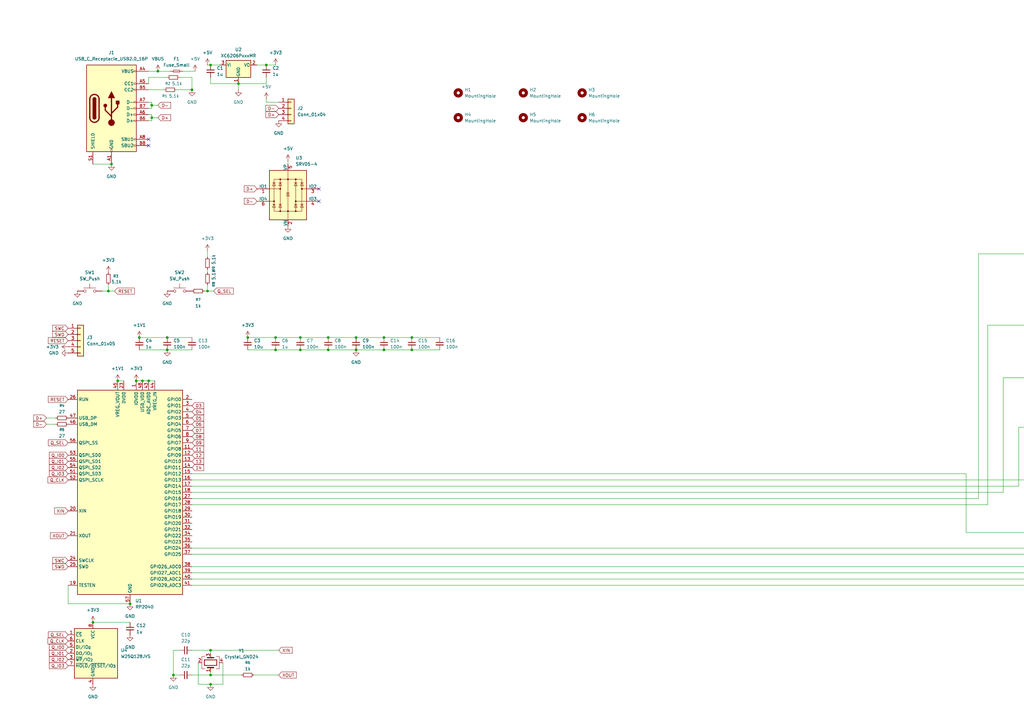
<source format=kicad_sch>
(kicad_sch (version 20250114) (generator "eeschema") (generator_version "9.0")
  (paper "A3")
  (junction (at 601.98 133.35))
  (junction (at 571.5 175.26))
  (junction (at 645.16 123.19))
  (junction (at 68.58 138.43))
  (junction (at 539.75 104.14))
  (junction (at 109.22 26.67))
  (junction (at 702.31 104.14))
  (junction (at 748.03 104.14))
  (junction (at 748.03 218.44))
  (junction (at 566.42 165.1))
  (junction (at 566.42 123.19))
  (junction (at 627.38 186.69))
  (junction (at 765.81 154.94))
  (junction (at 610.87 165.1))
  (junction (at 720.09 133.35))
  (junction (at 168.91 143.51))
  (junction (at 58.42 156.21))
  (junction (at 650.24 175.26))
  (junction (at 539.75 154.94))
  (junction (at 650.24 104.14))
  (junction (at 86.36 266.7))
  (junction (at 146.05 143.51))
  (junction (at 57.15 138.43))
  (junction (at 702.31 218.44))
  (junction (at 685.8 104.14))
  (junction (at 53.34 247.65))
  (junction (at 765.81 104.14))
  (junction (at 601.98 104.14))
  (junction (at 113.03 138.43))
  (junction (at 518.16 186.69))
  (junction (at 632.46 154.94))
  (junction (at 586.74 218.44))
  (junction (at 601.98 196.85))
  (junction (at 523.24 175.26))
  (junction (at 549.91 144.78))
  (junction (at 534.67 186.69))
  (junction (at 502.92 144.78))
  (junction (at 662.94 123.19))
  (junction (at 680.72 144.78))
  (junction (at 64.77 29.21))
  (junction (at 765.81 218.44))
  (junction (at 601.98 154.94))
  (junction (at 662.94 208.28))
  (junction (at 650.24 154.94))
  (junction (at 650.24 133.35))
  (junction (at 508 104.14))
  (junction (at 518.16 144.78))
  (junction (at 760.73 123.19))
  (junction (at 610.87 186.69))
  (junction (at 596.9 123.19))
  (junction (at 586.74 154.94))
  (junction (at 518.16 123.19))
  (junction (at 508 196.85))
  (junction (at 586.74 196.85))
  (junction (at 508 218.44))
  (junction (at 748.03 154.94))
  (junction (at 680.72 186.69))
  (junction (at 760.73 144.78))
  (junction (at 668.02 196.85))
  (junction (at 502.92 165.1))
  (junction (at 554.99 175.26))
  (junction (at 554.99 196.85))
  (junction (at 539.75 218.44))
  (junction (at 632.46 133.35))
  (junction (at 518.16 208.28))
  (junction (at 534.67 165.1))
  (junction (at 554.99 154.94))
  (junction (at 78.74 36.83))
  (junction (at 697.23 208.28))
  (junction (at 534.67 123.19))
  (junction (at 523.24 154.94))
  (junction (at 685.8 154.94))
  (junction (at 86.36 280.67))
  (junction (at 502.92 123.19))
  (junction (at 68.58 143.51))
  (junction (at 627.38 144.78))
  (junction (at 586.74 175.26))
  (junction (at 601.98 175.26))
  (junction (at 668.02 133.35))
  (junction (at 581.66 123.19))
  (junction (at 571.5 196.85))
  (junction (at 627.38 123.19))
  (junction (at 101.6 138.43))
  (junction (at 539.75 133.35))
  (junction (at 778.51 123.19))
  (junction (at 85.09 119.38))
  (junction (at 632.46 104.14))
  (junction (at 534.67 208.28))
  (junction (at 668.02 175.26))
  (junction (at 645.16 144.78))
  (junction (at 581.66 165.1))
  (junction (at 502.92 208.28))
  (junction (at 702.31 154.94))
  (junction (at 615.95 133.35))
  (junction (at 596.9 186.69))
  (junction (at 615.95 104.14))
  (junction (at 760.73 208.28))
  (junction (at 581.66 208.28))
  (junction (at 685.8 218.44))
  (junction (at 596.9 165.1))
  (junction (at 697.23 165.1))
  (junction (at 685.8 133.35))
  (junction (at 697.23 186.69))
  (junction (at 645.16 208.28))
  (junction (at 86.36 26.67))
  (junction (at 615.95 175.26))
  (junction (at 549.91 165.1))
  (junction (at 668.02 154.94))
  (junction (at 62.23 48.26))
  (junction (at 581.66 144.78))
  (junction (at 502.92 186.69))
  (junction (at 650.24 196.85))
  (junction (at 539.75 196.85))
  (junction (at 45.72 67.31))
  (junction (at 48.26 156.21))
  (junction (at 508 175.26))
  (junction (at 586.74 133.35))
  (junction (at 586.74 104.14))
  (junction (at 123.19 138.43))
  (junction (at 760.73 186.69))
  (junction (at 778.51 144.78))
  (junction (at 554.99 104.14))
  (junction (at 702.31 196.85))
  (junction (at 508 133.35))
  (junction (at 668.02 104.14))
  (junction (at 610.87 123.19))
  (junction (at 518.16 165.1))
  (junction (at 157.48 138.43))
  (junction (at 539.75 175.26))
  (junction (at 157.48 143.51))
  (junction (at 680.72 208.28))
  (junction (at 508 154.94))
  (junction (at 662.94 165.1))
  (junction (at 610.87 144.78))
  (junction (at 685.8 196.85))
  (junction (at 571.5 104.14))
  (junction (at 668.02 218.44))
  (junction (at 38.1 255.27))
  (junction (at 549.91 123.19))
  (junction (at 571.5 133.35))
  (junction (at 662.94 186.69))
  (junction (at 55.88 156.21))
  (junction (at 44.45 119.38))
  (junction (at 566.42 186.69))
  (junction (at 632.46 196.85))
  (junction (at 566.42 144.78))
  (junction (at 715.01 144.78))
  (junction (at 534.67 144.78))
  (junction (at 778.51 208.28))
  (junction (at 742.95 123.19))
  (junction (at 685.8 175.26))
  (junction (at 60.96 156.21))
  (junction (at 523.24 104.14))
  (junction (at 765.81 133.35))
  (junction (at 581.66 186.69))
  (junction (at 62.23 43.18))
  (junction (at 97.79 34.29))
  (junction (at 615.95 154.94))
  (junction (at 742.95 144.78))
  (junction (at 697.23 144.78))
  (junction (at 523.24 218.44))
  (junction (at 680.72 165.1))
  (junction (at 523.24 133.35))
  (junction (at 523.24 196.85))
  (junction (at 645.16 165.1))
  (junction (at 662.94 144.78))
  (junction (at 615.95 196.85))
  (junction (at 549.91 186.69))
  (junction (at 596.9 144.78))
  (junction (at 554.99 133.35))
  (junction (at 645.16 186.69))
  (junction (at 702.31 133.35))
  (junction (at 571.5 154.94))
  (junction (at 71.12 276.86))
  (junction (at 720.09 154.94))
  (junction (at 113.03 143.51))
  (junction (at 86.36 276.86))
  (junction (at 680.72 123.19))
  (junction (at 134.62 143.51))
  (junction (at 632.46 175.26))
  (junction (at 146.05 138.43))
  (junction (at 748.03 133.35))
  (junction (at 168.91 138.43))
  (junction (at 697.23 123.19))
  (junction (at 627.38 165.1))
  (junction (at 123.19 143.51))
  (junction (at 650.24 218.44))
  (junction (at 134.62 138.43))
  (junction (at 742.95 208.28))
  (no_connect (at 130.81 77.47))
  (no_connect (at 60.96 59.69))
  (no_connect (at 130.81 82.55))
  (no_connect (at 60.96 57.15))
  (wire (pts (xy 668.02 175.26) (xy 685.8 175.26)))
  (wire (pts (xy 627.38 165.1) (xy 627.38 186.69)))
  (wire (pts (xy 78.74 276.86) (xy 86.36 276.86)))
  (wire (pts (xy 405.13 133.35) (xy 405.13 207.01)))
  (wire (pts (xy 60.96 44.45) (xy 62.23 44.45)))
  (wire (pts (xy 534.67 144.78) (xy 534.67 165.1)))
  (wire (pts (xy 596.9 144.78) (xy 596.9 165.1)))
  (wire (pts (xy 549.91 186.69) (xy 549.91 232.41)))
  (wire (pts (xy 64.77 43.18) (xy 62.23 43.18)))
  (wire (pts (xy 60.96 46.99) (xy 62.23 46.99)))
  (wire (pts (xy 715.01 144.78) (xy 715.01 240.03)))
  (wire (pts (xy 502.92 93.98) (xy 502.92 123.19)))
  (wire (pts (xy 778.51 144.78) (xy 778.51 208.28)))
  (wire (pts (xy 146.05 143.51) (xy 157.48 143.51)))
  (wire (pts (xy 697.23 144.78) (xy 697.23 165.1)))
  (wire (pts (xy 610.87 186.69) (xy 610.87 240.03)))
  (wire (pts (xy 508 218.44) (xy 523.24 218.44)))
  (wire (pts (xy 78.74 36.83) (xy 78.74 31.75)))
  (wire (pts (xy 549.91 123.19) (xy 549.91 144.78)))
  (wire (pts (xy 81.28 280.67) (xy 86.36 280.67)))
  (wire (pts (xy 78.74 266.7) (xy 86.36 266.7)))
  (wire (pts (xy 685.8 133.35) (xy 702.31 133.35)))
  (wire (pts (xy 86.36 276.86) (xy 99.06 276.86)))
  (wire (pts (xy 134.62 138.43) (xy 146.05 138.43)))
  (wire (pts (xy 74.93 29.21) (xy 80.01 29.21)))
  (wire (pts (xy 109.22 26.67) (xy 113.03 26.67)))
  (wire (pts (xy 632.46 133.35) (xy 650.24 133.35)))
  (wire (pts (xy 396.24 218.44) (xy 508 218.44)))
  (wire (pts (xy 765.81 133.35) (xy 783.59 133.35)))
  (wire (pts (xy 78.74 237.49) (xy 518.16 237.49)))
  (wire (pts (xy 742.95 93.98) (xy 742.95 123.19)))
  (wire (pts (xy 702.31 196.85) (xy 765.81 196.85)))
  (wire (pts (xy 760.73 123.19) (xy 760.73 144.78)))
  (wire (pts (xy 57.15 143.51) (xy 68.58 143.51)))
  (wire (pts (xy 627.38 186.69) (xy 627.38 240.03)))
  (wire (pts (xy 48.26 156.21) (xy 50.8 156.21)))
  (wire (pts (xy 627.38 123.19) (xy 627.38 144.78)))
  (wire (pts (xy 78.74 201.93) (xy 411.48 201.93)))
  (wire (pts (xy 615.95 133.35) (xy 632.46 133.35)))
  (wire (pts (xy 157.48 138.43) (xy 168.91 138.43)))
  (wire (pts (xy 62.23 48.26) (xy 64.77 48.26)))
  (wire (pts (xy 601.98 196.85) (xy 615.95 196.85)))
  (wire (pts (xy 60.96 36.83) (xy 67.31 36.83)))
  (wire (pts (xy 650.24 196.85) (xy 668.02 196.85)))
  (wire (pts (xy 765.81 154.94) (xy 783.59 154.94)))
  (wire (pts (xy 134.62 143.51) (xy 146.05 143.51)))
  (wire (pts (xy 109.22 41.91) (xy 114.3 41.91)))
  (wire (pts (xy 508 154.94) (xy 523.24 154.94)))
  (wire (pts (xy 62.23 49.53) (xy 62.23 48.26)))
  (wire (pts (xy 778.51 208.28) (xy 778.51 240.03)))
  (wire (pts (xy 697.23 186.69) (xy 697.23 208.28)))
  (wire (pts (xy 86.36 31.75) (xy 86.36 34.29)))
  (wire (pts (xy 71.12 276.86) (xy 73.66 276.86)))
  (wire (pts (xy 586.74 104.14) (xy 601.98 104.14)))
  (wire (pts (xy 586.74 218.44) (xy 650.24 218.44)))
  (wire (pts (xy 581.66 186.69) (xy 581.66 208.28)))
  (wire (pts (xy 586.74 133.35) (xy 601.98 133.35)))
  (wire (pts (xy 680.72 93.98) (xy 680.72 123.19)))
  (wire (pts (xy 73.66 266.7) (xy 71.12 266.7)))
  (wire (pts (xy 405.13 133.35) (xy 508 133.35)))
  (wire (pts (xy 508 104.14) (xy 523.24 104.14)))
  (wire (pts (xy 645.16 144.78) (xy 645.16 165.1)))
  (wire (pts (xy 38.1 67.31) (xy 45.72 67.31)))
  (wire (pts (xy 601.98 154.94) (xy 615.95 154.94)))
  (wire (pts (xy 685.8 196.85) (xy 702.31 196.85)))
  (wire (pts (xy 44.45 119.38) (xy 41.91 119.38)))
  (wire (pts (xy 86.36 266.7) (xy 114.3 266.7)))
  (wire (pts (xy 62.23 43.18) (xy 62.23 44.45)))
  (wire (pts (xy 62.23 46.99) (xy 62.23 48.26)))
  (wire (pts (xy 702.31 154.94) (xy 720.09 154.94)))
  (wire (pts (xy 71.12 266.7) (xy 71.12 276.86)))
  (wire (pts (xy 668.02 104.14) (xy 685.8 104.14)))
  (wire (pts (xy 502.92 144.78) (xy 502.92 165.1)))
  (wire (pts (xy 508 133.35) (xy 523.24 133.35)))
  (wire (pts (xy 85.09 116.84) (xy 85.09 119.38)))
  (wire (pts (xy 596.9 123.19) (xy 596.9 144.78)))
  (wire (pts (xy 765.81 218.44) (xy 783.59 218.44)))
  (wire (pts (xy 523.24 104.14) (xy 539.75 104.14)))
  (wire (pts (xy 581.66 208.28) (xy 581.66 224.79)))
  (wire (pts (xy 118.11 66.04) (xy 118.11 67.31)))
  (wire (pts (xy 101.6 138.43) (xy 113.03 138.43)))
  (wire (pts (xy 518.16 165.1) (xy 518.16 186.69)))
  (wire (pts (xy 27.94 247.65) (xy 53.34 247.65)))
  (wire (pts (xy 554.99 154.94) (xy 571.5 154.94)))
  (wire (pts (xy 22.86 171.45) (xy 19.05 171.45)))
  (wire (pts (xy 748.03 218.44) (xy 765.81 218.44)))
  (wire (pts (xy 60.96 29.21) (xy 64.77 29.21)))
  (wire (pts (xy 27.94 240.03) (xy 27.94 247.65)))
  (wire (pts (xy 539.75 196.85) (xy 554.99 196.85)))
  (wire (pts (xy 508 175.26) (xy 523.24 175.26)))
  (wire (pts (xy 662.94 93.98) (xy 662.94 123.19)))
  (wire (pts (xy 596.9 186.69) (xy 596.9 240.03)))
  (wire (pts (xy 748.03 104.14) (xy 765.81 104.14)))
  (wire (pts (xy 760.73 93.98) (xy 760.73 123.19)))
  (wire (pts (xy 596.9 165.1) (xy 596.9 186.69)))
  (wire (pts (xy 742.95 144.78) (xy 742.95 208.28)))
  (wire (pts (xy 760.73 144.78) (xy 760.73 186.69)))
  (wire (pts (xy 645.16 123.19) (xy 645.16 144.78)))
  (wire (pts (xy 685.8 104.14) (xy 702.31 104.14)))
  (wire (pts (xy 523.24 218.44) (xy 539.75 218.44)))
  (wire (pts (xy 685.8 154.94) (xy 702.31 154.94)))
  (wire (pts (xy 742.95 123.19) (xy 742.95 144.78)))
  (wire (pts (xy 68.58 143.51) (xy 78.74 143.51)))
  (wire (pts (xy 46.99 119.38) (xy 44.45 119.38)))
  (wire (pts (xy 518.16 186.69) (xy 518.16 208.28)))
  (wire (pts (xy 760.73 208.28) (xy 760.73 240.03)))
  (wire (pts (xy 702.31 133.35) (xy 720.09 133.35)))
  (wire (pts (xy 571.5 133.35) (xy 586.74 133.35)))
  (wire (pts (xy 109.22 34.29) (xy 97.79 34.29)))
  (wire (pts (xy 396.24 218.44) (xy 396.24 194.31)))
  (wire (pts (xy 554.99 104.14) (xy 571.5 104.14)))
  (wire (pts (xy 668.02 154.94) (xy 685.8 154.94)))
  (wire (pts (xy 60.96 156.21) (xy 63.5 156.21)))
  (wire (pts (xy 86.36 267.97) (xy 86.36 266.7)))
  (wire (pts (xy 627.38 93.98) (xy 627.38 123.19)))
  (wire (pts (xy 539.75 154.94) (xy 554.99 154.94)))
  (wire (pts (xy 778.51 123.19) (xy 778.51 144.78)))
  (wire (pts (xy 86.36 275.59) (xy 86.36 276.86)))
  (wire (pts (xy 113.03 143.51) (xy 123.19 143.51)))
  (wire (pts (xy 417.83 199.39) (xy 78.74 199.39)))
  (wire (pts (xy 78.74 234.95) (xy 534.67 234.95)))
  (wire (pts (xy 571.5 175.26) (xy 586.74 175.26)))
  (wire (pts (xy 760.73 186.69) (xy 760.73 208.28)))
  (wire (pts (xy 668.02 133.35) (xy 685.8 133.35)))
  (wire (pts (xy 534.67 186.69) (xy 534.67 208.28)))
  (wire (pts (xy 549.91 165.1) (xy 549.91 186.69)))
  (wire (pts (xy 596.9 93.98) (xy 596.9 123.19)))
  (wire (pts (xy 502.92 208.28) (xy 502.92 240.03)))
  (wire (pts (xy 97.79 34.29) (xy 97.79 36.83)))
  (wire (pts (xy 680.72 144.78) (xy 680.72 165.1)))
  (wire (pts (xy 662.94 123.19) (xy 662.94 144.78)))
  (wire (pts (xy 610.87 123.19) (xy 610.87 144.78)))
  (wire (pts (xy 78.74 227.33) (xy 566.42 227.33)))
  (wire (pts (xy 680.72 208.28) (xy 680.72 240.03)))
  (wire (pts (xy 60.96 41.91) (xy 62.23 41.91)))
  (wire (pts (xy 581.66 144.78) (xy 581.66 165.1)))
  (wire (pts (xy 662.94 144.78) (xy 662.94 165.1)))
  (wire (pts (xy 123.19 143.51) (xy 134.62 143.51)))
  (wire (pts (xy 601.98 175.26) (xy 615.95 175.26)))
  (wire (pts (xy 411.48 154.94) (xy 508 154.94)))
  (wire (pts (xy 109.22 31.75) (xy 109.22 34.29)))
  (wire (pts (xy 549.91 93.98) (xy 549.91 123.19)))
  (wire (pts (xy 571.5 196.85) (xy 586.74 196.85)))
  (wire (pts (xy 632.46 175.26) (xy 650.24 175.26)))
  (wire (pts (xy 650.24 133.35) (xy 668.02 133.35)))
  (wire (pts (xy 554.99 133.35) (xy 571.5 133.35)))
  (wire (pts (xy 78.74 196.85) (xy 508 196.85)))
  (wire (pts (xy 60.96 49.53) (xy 62.23 49.53)))
  (wire (pts (xy 610.87 93.98) (xy 610.87 123.19)))
  (wire (pts (xy 109.22 40.64) (xy 109.22 41.91)))
  (wire (pts (xy 680.72 123.19) (xy 680.72 144.78)))
  (wire (pts (xy 680.72 186.69) (xy 680.72 208.28)))
  (wire (pts (xy 581.66 165.1) (xy 581.66 186.69)))
  (wire (pts (xy 523.24 154.94) (xy 539.75 154.94)))
  (wire (pts (xy 702.31 218.44) (xy 748.03 218.44)))
  (wire (pts (xy 778.51 93.98) (xy 778.51 123.19)))
  (wire (pts (xy 571.5 154.94) (xy 586.74 154.94)))
  (wire (pts (xy 55.88 156.21) (xy 58.42 156.21)))
  (wire (pts (xy 57.15 138.43) (xy 68.58 138.43)))
  (wire (pts (xy 87.63 119.38) (xy 85.09 119.38)))
  (wire (pts (xy 680.72 165.1) (xy 680.72 186.69)))
  (wire (pts (xy 581.66 93.98) (xy 581.66 123.19)))
  (wire (pts (xy 85.09 26.67) (xy 86.36 26.67)))
  (wire (pts (xy 765.81 104.14) (xy 783.59 104.14)))
  (wire (pts (xy 662.94 208.28) (xy 662.94 240.03)))
  (wire (pts (xy 715.01 123.19) (xy 715.01 144.78)))
  (wire (pts (xy 539.75 104.14) (xy 554.99 104.14)))
  (wire (pts (xy 396.24 194.31) (xy 78.74 194.31)))
  (wire (pts (xy 632.46 104.14) (xy 650.24 104.14)))
  (wire (pts (xy 168.91 138.43) (xy 180.34 138.43)))
  (wire (pts (xy 86.36 34.29) (xy 97.79 34.29)))
  (wire (pts (xy 571.5 104.14) (xy 586.74 104.14)))
  (wire (pts (xy 748.03 154.94) (xy 765.81 154.94)))
  (wire (pts (xy 38.1 255.27) (xy 53.34 255.27)))
  (wire (pts (xy 697.23 208.28) (xy 697.23 240.03)))
  (wire (pts (xy 586.74 196.85) (xy 601.98 196.85)))
  (wire (pts (xy 645.16 240.03) (xy 645.16 208.28)))
  (wire (pts (xy 78.74 31.75) (xy 73.66 31.75)))
  (wire (pts (xy 539.75 133.35) (xy 554.99 133.35)))
  (wire (pts (xy 566.42 123.19) (xy 566.42 144.78)))
  (wire (pts (xy 78.74 204.47) (xy 401.32 204.47)))
  (wire (pts (xy 85.09 119.38) (xy 83.82 119.38)))
  (wire (pts (xy 586.74 154.94) (xy 601.98 154.94)))
  (wire (pts (xy 72.39 36.83) (xy 78.74 36.83)))
  (wire (pts (xy 523.24 133.35) (xy 539.75 133.35)))
  (wire (pts (xy 610.87 165.1) (xy 610.87 186.69)))
  (wire (pts (xy 502.92 165.1) (xy 502.92 186.69)))
  (wire (pts (xy 68.58 138.43) (xy 78.74 138.43)))
  (wire (pts (xy 64.77 29.21) (xy 69.85 29.21)))
  (wire (pts (xy 632.46 154.94) (xy 650.24 154.94)))
  (wire (pts (xy 615.95 175.26) (xy 632.46 175.26)))
  (wire (pts (xy 534.67 93.98) (xy 534.67 123.19)))
  (wire (pts (xy 720.09 133.35) (xy 748.03 133.35)))
  (wire (pts (xy 518.16 144.78) (xy 518.16 165.1)))
  (wire (pts (xy 417.83 175.26) (xy 417.83 199.39)))
  (wire (pts (xy 720.09 154.94) (xy 748.03 154.94)))
  (wire (pts (xy 534.67 123.19) (xy 534.67 144.78)))
  (wire (pts (xy 615.95 196.85) (xy 632.46 196.85)))
  (wire (pts (xy 157.48 143.51) (xy 168.91 143.51)))
  (wire (pts (xy 58.42 156.21) (xy 60.96 156.21)))
  (wire (pts (xy 697.23 165.1) (xy 697.23 186.69)))
  (wire (pts (xy 702.31 104.14) (xy 748.03 104.14)))
  (wire (pts (xy 566.42 93.98) (xy 566.42 123.19)))
  (wire (pts (xy 566.42 165.1) (xy 566.42 186.69)))
  (wire (pts (xy 650.24 175.26) (xy 668.02 175.26)))
  (wire (pts (xy 401.32 204.47) (xy 401.32 104.14)))
  (wire (pts (xy 554.99 196.85) (xy 571.5 196.85)))
  (wire (pts (xy 601.98 133.35) (xy 615.95 133.35)))
  (wire (pts (xy 748.03 133.35) (xy 765.81 133.35)))
  (wire (pts (xy 632.46 196.85) (xy 650.24 196.85)))
  (wire (pts (xy 123.19 138.43) (xy 134.62 138.43)))
  (wire (pts (xy 554.99 175.26) (xy 571.5 175.26)))
  (wire (pts (xy 685.8 218.44) (xy 702.31 218.44)))
  (wire (pts (xy 601.98 104.14) (xy 615.95 104.14)))
  (wire (pts (xy 85.09 102.87) (xy 85.09 105.41)))
  (wire (pts (xy 401.32 104.14) (xy 508 104.14)))
  (wire (pts (xy 168.91 143.51) (xy 180.34 143.51)))
  (wire (pts (xy 502.92 123.19) (xy 502.92 144.78)))
  (wire (pts (xy 518.16 208.28) (xy 518.16 237.49)))
  (wire (pts (xy 113.03 138.43) (xy 123.19 138.43)))
  (wire (pts (xy 534.67 165.1) (xy 534.67 186.69)))
  (wire (pts (xy 508 196.85) (xy 523.24 196.85)))
  (wire (pts (xy 645.16 165.1) (xy 645.16 186.69)))
  (wire (pts (xy 668.02 218.44) (xy 685.8 218.44)))
  (wire (pts (xy 645.16 186.69) (xy 645.16 208.28)))
  (wire (pts (xy 566.42 186.69) (xy 566.42 227.33)))
  (wire (pts (xy 662.94 165.1) (xy 662.94 186.69)))
  (wire (pts (xy 104.14 276.86) (xy 114.3 276.86)))
  (wire (pts (xy 78.74 224.79) (xy 581.66 224.79)))
  (wire (pts (xy 615.95 154.94) (xy 632.46 154.94)))
  (wire (pts (xy 549.91 144.78) (xy 549.91 165.1)))
  (wire (pts (xy 411.48 154.94) (xy 411.48 201.93)))
  (wire (pts (xy 417.83 175.26) (xy 508 175.26)))
  (wire (pts (xy 81.28 271.78) (xy 81.28 280.67)))
  (wire (pts (xy 523.24 175.26) (xy 539.75 175.26)))
  (wire (pts (xy 539.75 218.44) (xy 586.74 218.44)))
  (wire (pts (xy 85.09 110.49) (xy 85.09 111.76)))
  (wire (pts (xy 650.24 104.14) (xy 668.02 104.14)))
  (wire (pts (xy 44.45 116.84) (xy 44.45 119.38)))
  (wire (pts (xy 405.13 207.01) (xy 78.74 207.01)))
  (wire (pts (xy 539.75 175.26) (xy 554.99 175.26)))
  (wire (pts (xy 78.74 240.03) (xy 502.92 240.03)))
  (wire (pts (xy 534.67 208.28) (xy 534.67 234.95)))
  (wire (pts (xy 86.36 280.67) (xy 91.44 280.67)))
  (wire (pts (xy 586.74 175.26) (xy 601.98 175.26)))
  (wire (pts (xy 78.74 232.41) (xy 549.91 232.41)))
  (wire (pts (xy 668.02 196.85) (xy 685.8 196.85)))
  (wire (pts (xy 697.23 93.98) (xy 697.23 123.19)))
  (wire (pts (xy 697.23 123.19) (xy 697.23 144.78)))
  (wire (pts (xy 627.38 144.78) (xy 627.38 165.1)))
  (wire (pts (xy 19.05 173.99) (xy 22.86 173.99)))
  (wire (pts (xy 60.96 31.75) (xy 60.96 34.29)))
  (wire (pts (xy 105.41 26.67) (xy 109.22 26.67)))
  (wire (pts (xy 650.24 218.44) (xy 668.02 218.44)))
  (wire (pts (xy 523.24 196.85) (xy 539.75 196.85)))
  (wire (pts (xy 502.92 186.69) (xy 502.92 208.28)))
  (wire (pts (xy 610.87 144.78) (xy 610.87 165.1)))
  (wire (pts (xy 650.24 154.94) (xy 668.02 154.94)))
  (wire (pts (xy 68.58 31.75) (xy 60.96 31.75)))
  (wire (pts (xy 62.23 41.91) (xy 62.23 43.18)))
  (wire (pts (xy 742.95 208.28) (xy 742.95 240.03)))
  (wire (pts (xy 645.16 93.98) (xy 645.16 123.19)))
  (wire (pts (xy 615.95 104.14) (xy 632.46 104.14)))
  (wire (pts (xy 518.16 93.98) (xy 518.16 123.19)))
  (wire (pts (xy 518.16 123.19) (xy 518.16 144.78)))
  (wire (pts (xy 685.8 175.26) (xy 702.31 175.26)))
  (wire (pts (xy 566.42 144.78) (xy 566.42 165.1)))
  (wire (pts (xy 91.44 280.67) (xy 91.44 271.78)))
  (wire (pts (xy 86.36 26.67) (xy 90.17 26.67)))
  (wire (pts (xy 101.6 143.51) (xy 113.03 143.51)))
  (wire (pts (xy 662.94 186.69) (xy 662.94 208.28)))
  (wire (pts (xy 581.66 123.19) (xy 581.66 144.78)))
  (wire (pts (xy 146.05 138.43) (xy 157.48 138.43)))
  (global_label "06" (shape input) (at 78.74 173.99 0) (property "Intersheetrefs" "${INTERSHEET_REFS}" (effects (hide yes))))
  (global_label "08" (shape input) (at 680.72 240.03 270) (property "Intersheetrefs" "${INTERSHEET_REFS}" (effects (hide yes))))
  (global_label "D+" (shape input) (at 105.41 77.47 180) (property "Intersheetrefs" "${INTERSHEET_REFS}" (effects (hide yes))))
  (global_label "Q_CLK" (shape input) (at 27.94 262.89 180) (property "Intersheetrefs" "${INTERSHEET_REFS}" (effects (hide yes))))
  (global_label "13" (shape input) (at 610.87 240.03 270) (property "Intersheetrefs" "${INTERSHEET_REFS}" (effects (hide yes))))
  (global_label "04" (shape input) (at 760.73 240.03 270) (property "Intersheetrefs" "${INTERSHEET_REFS}" (effects (hide yes))))
  (global_label "14" (shape input) (at 596.9 240.03 270) (property "Intersheetrefs" "${INTERSHEET_REFS}" (effects (hide yes))))
  (global_label "14" (shape input) (at 78.74 191.77 0) (property "Intersheetrefs" "${INTERSHEET_REFS}" (effects (hide yes))))
  (global_label "XOUT" (shape input) (at 114.3 276.86 0) (property "Intersheetrefs" "${INTERSHEET_REFS}" (effects (hide yes))))
  (global_label "05" (shape input) (at 78.74 171.45 0) (property "Intersheetrefs" "${INTERSHEET_REFS}" (effects (hide yes))))
  (global_label "Q_I00" (shape input) (at 27.94 186.69 180) (property "Intersheetrefs" "${INTERSHEET_REFS}" (effects (hide yes))))
  (global_label "08" (shape input) (at 78.74 179.07 0) (property "Intersheetrefs" "${INTERSHEET_REFS}" (effects (hide yes))))
  (global_label "D-" (shape input) (at 64.77 43.18 0) (property "Intersheetrefs" "${INTERSHEET_REFS}" (effects (hide yes))))
  (global_label "09" (shape input) (at 78.74 181.61 0) (property "Intersheetrefs" "${INTERSHEET_REFS}" (effects (hide yes))))
  (global_label "03" (shape input) (at 78.74 166.37 0) (property "Intersheetrefs" "${INTERSHEET_REFS}" (effects (hide yes))))
  (global_label "12" (shape input) (at 627.38 240.03 270) (property "Intersheetrefs" "${INTERSHEET_REFS}" (effects (hide yes))))
  (global_label "12" (shape input) (at 78.74 186.69 0) (property "Intersheetrefs" "${INTERSHEET_REFS}" (effects (hide yes))))
  (global_label "11" (shape input) (at 78.74 184.15 0) (property "Intersheetrefs" "${INTERSHEET_REFS}" (effects (hide yes))))
  (global_label "D+" (shape input) (at 64.77 48.26 0) (property "Intersheetrefs" "${INTERSHEET_REFS}" (effects (hide yes))))
  (global_label "Q_SEL" (shape input) (at 87.63 119.38 0) (property "Intersheetrefs" "${INTERSHEET_REFS}" (effects (hide yes))))
  (global_label "07" (shape input) (at 78.74 176.53 0) (property "Intersheetrefs" "${INTERSHEET_REFS}" (effects (hide yes))))
  (global_label "XIN" (shape input) (at 114.3 266.7 0) (property "Intersheetrefs" "${INTERSHEET_REFS}" (effects (hide yes))))
  (global_label "SWC" (shape input) (at 27.94 229.87 180) (property "Intersheetrefs" "${INTERSHEET_REFS}" (effects (hide yes))))
  (global_label "D+" (shape input) (at 19.05 171.45 180) (property "Intersheetrefs" "${INTERSHEET_REFS}" (effects (hide yes))))
  (global_label "07" (shape input) (at 697.23 240.03 270) (property "Intersheetrefs" "${INTERSHEET_REFS}" (effects (hide yes))))
  (global_label "Q_I03" (shape input) (at 27.94 273.05 180) (property "Intersheetrefs" "${INTERSHEET_REFS}" (effects (hide yes))))
  (global_label "Q_I00" (shape input) (at 27.94 265.43 180) (property "Intersheetrefs" "${INTERSHEET_REFS}" (effects (hide yes))))
  (global_label "09" (shape input) (at 662.94 240.03 270) (property "Intersheetrefs" "${INTERSHEET_REFS}" (effects (hide yes))))
  (global_label "RESET" (shape input) (at 27.94 139.7 180) (property "Intersheetrefs" "${INTERSHEET_REFS}" (effects (hide yes))))
  (global_label "Q_I01" (shape input) (at 27.94 189.23 180) (property "Intersheetrefs" "${INTERSHEET_REFS}" (effects (hide yes))))
  (global_label "04" (shape input) (at 78.74 168.91 0) (property "Intersheetrefs" "${INTERSHEET_REFS}" (effects (hide yes))))
  (global_label "05" (shape input) (at 742.95 240.03 270) (property "Intersheetrefs" "${INTERSHEET_REFS}" (effects (hide yes))))
  (global_label "03" (shape input) (at 778.51 240.03 270) (property "Intersheetrefs" "${INTERSHEET_REFS}" (effects (hide yes))))
  (global_label "RESET" (shape input) (at 46.99 119.38 0) (property "Intersheetrefs" "${INTERSHEET_REFS}" (effects (hide yes))))
  (global_label "Q_I01" (shape input) (at 27.94 267.97 180) (property "Intersheetrefs" "${INTERSHEET_REFS}" (effects (hide yes))))
  (global_label "SWD" (shape input) (at 27.94 232.41 180) (property "Intersheetrefs" "${INTERSHEET_REFS}" (effects (hide yes))))
  (global_label "06" (shape input) (at 715.01 240.03 270) (property "Intersheetrefs" "${INTERSHEET_REFS}" (effects (hide yes))))
  (global_label "Q_CLK" (shape input) (at 27.94 196.85 180) (property "Intersheetrefs" "${INTERSHEET_REFS}" (effects (hide yes))))
  (global_label "Q_SEL" (shape input) (at 27.94 181.61 180) (property "Intersheetrefs" "${INTERSHEET_REFS}" (effects (hide yes))))
  (global_label "13" (shape input) (at 78.74 189.23 0) (property "Intersheetrefs" "${INTERSHEET_REFS}" (effects (hide yes))))
  (global_label "SWD" (shape input) (at 27.94 137.16 180) (property "Intersheetrefs" "${INTERSHEET_REFS}" (effects (hide yes))))
  (global_label "D-" (shape input) (at 114.3 44.45 180) (property "Intersheetrefs" "${INTERSHEET_REFS}" (effects (hide yes))))
  (global_label "D-" (shape input) (at 19.05 173.99 180) (property "Intersheetrefs" "${INTERSHEET_REFS}" (effects (hide yes))))
  (global_label "XIN" (shape input) (at 27.94 209.55 180) (property "Intersheetrefs" "${INTERSHEET_REFS}" (effects (hide yes))))
  (global_label "XOUT" (shape input) (at 27.94 219.71 180) (property "Intersheetrefs" "${INTERSHEET_REFS}" (effects (hide yes))))
  (global_label "Q_I02" (shape input) (at 27.94 191.77 180) (property "Intersheetrefs" "${INTERSHEET_REFS}" (effects (hide yes))))
  (global_label "SWC" (shape input) (at 27.94 134.62 180) (property "Intersheetrefs" "${INTERSHEET_REFS}" (effects (hide yes))))
  (global_label "D-" (shape input) (at 105.41 82.55 180) (property "Intersheetrefs" "${INTERSHEET_REFS}" (effects (hide yes))))
  (global_label "11" (shape input) (at 645.16 240.03 270) (property "Intersheetrefs" "${INTERSHEET_REFS}" (effects (hide yes))))
  (global_label "D+" (shape input) (at 114.3 46.99 180) (property "Intersheetrefs" "${INTERSHEET_REFS}" (effects (hide yes))))
  (global_label "Q_I02" (shape input) (at 27.94 270.51 180) (property "Intersheetrefs" "${INTERSHEET_REFS}" (effects (hide yes))))
  (global_label "Q_SEL" (shape input) (at 27.94 260.35 180) (property "Intersheetrefs" "${INTERSHEET_REFS}" (effects (hide yes))))
  (global_label "Q_I03" (shape input) (at 27.94 194.31 180) (property "Intersheetrefs" "${INTERSHEET_REFS}" (effects (hide yes))))
  (global_label "RESET" (shape input) (at 27.94 163.83 180) (property "Intersheetrefs" "${INTERSHEET_REFS}" (effects (hide yes))))
  (symbol (lib_id "Device:D_Small") (at 702.31 130.81 90) (unit 1)
    (property "Reference" "D29" (at 704.85 129.5399 90) (effects (justify right)))
    (property "Value" "D_Small" (at 704.85 132.0799 90) (effects (justify right)))
    (property "Footprint" "Diode_SMD:D_SOD-123" (effects (hide yes)))
    (property "Description" "Diode, small symbol" (effects (hide yes)))
    (property "Sim.Device" "D" (effects (hide yes)))
    (property "Sim.Pins" "1=K 2=A" (effects (hide yes)))
  )
  (symbol (lib_id "PCM_marbastlib-mx:MX_SW_HS_CPG151101S11") (at 520.7 96.52 0) (unit 1)
    (property "Reference" "MX2" (at 520.7 88.9 0))
    (property "Value" "MX_SW_HS" (at 520.7 91.44 0))
    (property "Footprint" "PCM_marbastlib-mx:SW_MX_HS_CPG151101S11_1u" (effects (hide yes)))
    (property "Description" "Push button switch, normally open, two pins, 45° tilted, Kailh CPG151101S11 for Cherry MX style switches" (effects (hide yes)))
  )
  (symbol (lib_id "Switch:SW_Push") (at 73.66 119.38 0) (unit 1)
    (property "Reference" "SW2" (at 73.66 111.76 0))
    (property "Value" "SW_Push" (at 73.66 114.3 0))
    (property "Footprint" "Button_Switch_SMD:SW_SPST_TL3342" (effects (hide yes)))
    (property "Description" "Push button switch, generic, two pins" (effects (hide yes)))
  )
  (symbol (lib_id "power:+3V3") (at 101.6 138.43 0) (unit 1)
    (property "Reference" "#PWR015" (effects (hide yes)))
    (property "Value" "+3V3" (at 101.6 133.35 0))
    (property "Description" "Power symbol creates a global label with name \"+3V3\"" (effects (hide yes)))
  )
  (symbol (lib_id "Device:D_Small") (at 783.59 215.9 90) (unit 1)
    (property "Reference" "D88" (at 786.13 214.6299 90) (effects (justify right)))
    (property "Value" "D_Small" (at 786.13 217.1699 90) (effects (justify right)))
    (property "Footprint" "Diode_SMD:D_SOD-123" (effects (hide yes)))
    (property "Description" "Diode, small symbol" (effects (hide yes)))
    (property "Sim.Device" "D" (effects (hide yes)))
    (property "Sim.Pins" "1=K 2=A" (effects (hide yes)))
  )
  (symbol (lib_id "power:+3V3") (at 85.09 102.87 0) (unit 1)
    (property "Reference" "#PWR029" (effects (hide yes)))
    (property "Value" "+3V3" (at 85.09 97.79 0))
    (property "Description" "Power symbol creates a global label with name \"+3V3\"" (effects (hide yes)))
  )
  (symbol (lib_id "Device:D_Small") (at 668.02 194.31 90) (unit 1)
    (property "Reference" "D74" (at 670.56 193.0399 90) (effects (justify right)))
    (property "Value" "D_Small" (at 670.56 195.5799 90) (effects (justify right)))
    (property "Footprint" "Diode_SMD:D_SOD-123" (effects (hide yes)))
    (property "Description" "Diode, small symbol" (effects (hide yes)))
    (property "Sim.Device" "D" (effects (hide yes)))
    (property "Sim.Pins" "1=K 2=A" (effects (hide yes)))
  )
  (symbol (lib_id "power:+3V3") (at 44.45 111.76 0) (unit 1)
    (property "Reference" "#PWR019" (effects (hide yes)))
    (property "Value" "+3V3" (at 44.45 106.68 0))
    (property "Description" "Power symbol creates a global label with name \"+3V3\"" (effects (hide yes)))
  )
  (symbol (lib_id "PCM_marbastlib-mx:MX_SW_HS_CPG151101S11") (at 537.21 167.64 0) (unit 1)
    (property "Reference" "MX53" (at 537.21 160.02 0))
    (property "Value" "MX_SW_HS" (at 537.21 162.56 0))
    (property "Footprint" "PCM_marbastlib-mx:SW_MX_HS_CPG151101S11_1u" (effects (hide yes)))
    (property "Description" "Push button switch, normally open, two pins, 45° tilted, Kailh CPG151101S11 for Cherry MX style switches" (effects (hide yes)))
  )
  (symbol (lib_id "Device:D_Small") (at 668.02 172.72 90) (unit 1)
    (property "Reference" "D61" (at 670.56 171.4499 90) (effects (justify right)))
    (property "Value" "D_Small" (at 670.56 173.9899 90) (effects (justify right)))
    (property "Footprint" "Diode_SMD:D_SOD-123" (effects (hide yes)))
    (property "Description" "Diode, small symbol" (effects (hide yes)))
    (property "Sim.Device" "D" (effects (hide yes)))
    (property "Sim.Pins" "1=K 2=A" (effects (hide yes)))
  )
  (symbol (lib_id "Device:D_Small") (at 586.74 152.4 90) (unit 1)
    (property "Reference" "D39" (at 589.28 151.1299 90) (effects (justify right)))
    (property "Value" "D_Small" (at 589.28 153.6699 90) (effects (justify right)))
    (property "Footprint" "Diode_SMD:D_SOD-123" (effects (hide yes)))
    (property "Description" "Diode, small symbol" (effects (hide yes)))
    (property "Sim.Device" "D" (effects (hide yes)))
    (property "Sim.Pins" "1=K 2=A" (effects (hide yes)))
  )
  (symbol (lib_id "Device:D_Small") (at 508 194.31 90) (unit 1)
    (property "Reference" "D64" (at 510.54 193.0399 90) (effects (justify right)))
    (property "Value" "D_Small" (at 510.54 195.5799 90) (effects (justify right)))
    (property "Footprint" "Diode_SMD:D_SOD-123" (effects (hide yes)))
    (property "Description" "Diode, small symbol" (effects (hide yes)))
    (property "Sim.Device" "D" (effects (hide yes)))
    (property "Sim.Pins" "1=K 2=A" (effects (hide yes)))
  )
  (symbol (lib_id "PCM_marbastlib-mx:MX_SW_HS_CPG151101S11") (at 717.55 147.32 0) (unit 1)
    (property "Reference" "MX47" (at 717.55 139.7 0))
    (property "Value" "MX_SW_HS" (at 717.55 142.24 0))
    (property "Footprint" "PCM_marbastlib-mx:SW_MX_HS_CPG151101S11_1u" (effects (hide yes)))
    (property "Description" "Push button switch, normally open, two pins, 45° tilted, Kailh CPG151101S11 for Cherry MX style switches" (effects (hide yes)))
  )
  (symbol (lib_id "Device:D_Small") (at 748.03 101.6 90) (unit 1)
    (property "Reference" "D14" (at 750.57 100.3299 90) (effects (justify right)))
    (property "Value" "D_Small" (at 750.57 102.8699 90) (effects (justify right)))
    (property "Footprint" "Diode_SMD:D_SOD-123" (effects (hide yes)))
    (property "Description" "Diode, small symbol" (effects (hide yes)))
    (property "Sim.Device" "D" (effects (hide yes)))
    (property "Sim.Pins" "1=K 2=A" (effects (hide yes)))
  )
  (symbol (lib_id "Device:Crystal_GND24") (at 86.36 271.78 90) (unit 1)
    (property "Reference" "Y1" (at 99.06 266.8268 90))
    (property "Value" "Crystal_GND24" (at 99.06 269.3668 90))
    (property "Footprint" "Crystal:Crystal_SMD_3225-4Pin_3.2x2.5mm" (effects (hide yes)))
    (property "Description" "Four pin crystal, GND on pins 2 and 4" (effects (hide yes)))
  )
  (symbol (lib_id "PCM_marbastlib-mx:MX_SW_HS_CPG151101S11") (at 584.2 147.32 0) (unit 1)
    (property "Reference" "MX39" (at 584.2 139.7 0))
    (property "Value" "MX_SW_HS" (at 584.2 142.24 0))
    (property "Footprint" "PCM_marbastlib-mx:SW_MX_HS_CPG151101S11_1u" (effects (hide yes)))
    (property "Description" "Push button switch, normally open, two pins, 45° tilted, Kailh CPG151101S11 for Cherry MX style switches" (effects (hide yes)))
  )
  (symbol (lib_id "Device:D_Small") (at 702.31 101.6 90) (unit 1)
    (property "Reference" "D13" (at 704.85 100.3299 90) (effects (justify right)))
    (property "Value" "D_Small" (at 704.85 102.8699 90) (effects (justify right)))
    (property "Footprint" "Diode_SMD:D_SOD-123" (effects (hide yes)))
    (property "Description" "Diode, small symbol" (effects (hide yes)))
    (property "Sim.Device" "D" (effects (hide yes)))
    (property "Sim.Pins" "1=K 2=A" (effects (hide yes)))
  )
  (symbol (lib_id "PCM_marbastlib-mx:MX_SW_HS_CPG151101S11") (at 781.05 210.82 0) (unit 1)
    (property "Reference" "MX88" (at 781.05 203.2 0))
    (property "Value" "MX_SW_HS" (at 781.05 205.74 0))
    (property "Footprint" "PCM_marbastlib-mx:SW_MX_HS_CPG151101S11_1u" (effects (hide yes)))
    (property "Description" "Push button switch, normally open, two pins, 45° tilted, Kailh CPG151101S11 for Cherry MX style switches" (effects (hide yes)))
  )
  (symbol (lib_id "power:+5V") (at 118.11 66.04 0) (unit 1)
    (property "Reference" "#PWR010" (effects (hide yes)))
    (property "Value" "+5V" (at 118.11 60.96 0))
    (property "Description" "Power symbol creates a global label with name \"+5V\"" (effects (hide yes)))
  )
  (symbol (lib_id "PCM_marbastlib-mx:MX_SW_HS_CPG151101S11") (at 647.7 125.73 0) (unit 1)
    (property "Reference" "MX26" (at 647.7 118.11 0))
    (property "Value" "MX_SW_HS" (at 647.7 120.65 0))
    (property "Footprint" "PCM_marbastlib-mx:SW_MX_HS_CPG151101S11_1u" (effects (hide yes)))
    (property "Description" "Push button switch, normally open, two pins, 45° tilted, Kailh CPG151101S11 for Cherry MX style switches" (effects (hide yes)))
  )
  (symbol (lib_id "PCM_marbastlib-mx:MX_SW_HS_CPG151101S11") (at 665.48 167.64 0) (unit 1)
    (property "Reference" "MX61" (at 665.48 160.02 0))
    (property "Value" "MX_SW_HS" (at 665.48 162.56 0))
    (property "Footprint" "PCM_marbastlib-mx:SW_MX_HS_CPG151101S11_1u" (effects (hide yes)))
    (property "Description" "Push button switch, normally open, two pins, 45° tilted, Kailh CPG151101S11 for Cherry MX style switches" (effects (hide yes)))
  )
  (symbol (lib_id "PCM_marbastlib-mx:MX_SW_HS_CPG151101S11") (at 613.41 96.52 0) (unit 1)
    (property "Reference" "MX8" (at 613.41 88.9 0))
    (property "Value" "MX_SW_HS" (at 613.41 91.44 0))
    (property "Footprint" "PCM_marbastlib-mx:SW_MX_HS_CPG151101S11_1u" (effects (hide yes)))
    (property "Description" "Push button switch, normally open, two pins, 45° tilted, Kailh CPG151101S11 for Cherry MX style switches" (effects (hide yes)))
  )
  (symbol (lib_id "Switch:SW_Push") (at 36.83 119.38 0) (unit 1)
    (property "Reference" "SW1" (at 36.83 111.76 0))
    (property "Value" "SW_Push" (at 36.83 114.3 0))
    (property "Footprint" "Button_Switch_SMD:SW_SPST_TL3342" (effects (hide yes)))
    (property "Description" "Push button switch, generic, two pins" (effects (hide yes)))
  )
  (symbol (lib_id "PCM_marbastlib-mx:MX_SW_HS_CPG151101S11") (at 568.96 189.23 0) (unit 1)
    (property "Reference" "MX68" (at 568.96 181.61 0))
    (property "Value" "MX_SW_HS" (at 568.96 184.15 0))
    (property "Footprint" "PCM_marbastlib-mx:SW_MX_HS_CPG151101S11_1u" (effects (hide yes)))
    (property "Description" "Push button switch, normally open, two pins, 45° tilted, Kailh CPG151101S11 for Cherry MX style switches" (effects (hide yes)))
  )
  (symbol (lib_id "Connector_Generic:Conn_01x04") (at 119.38 44.45 0) (unit 1)
    (property "Reference" "J2" (at 121.92 44.4499 0) (effects (justify left)))
    (property "Value" "Conn_01x04" (at 121.92 46.9899 0) (effects (justify left)))
    (property "Footprint" "Connector_JST:JST_SH_SM04B-SRSS-TB_1x04-1MP_P1.00mm_Horizontal" (effects (hide yes)))
    (property "Description" "Generic connector, single row, 01x04, script generated (kicad-library-utils/schlib/autogen/connector/)" (effects (hide yes)))
  )
  (symbol (lib_id "power:GND") (at 118.11 92.71 0) (unit 1)
    (property "Reference" "#PWR09" (effects (hide yes)))
    (property "Value" "GND" (at 118.11 97.79 0))
    (property "Description" "Power symbol creates a global label with name \"GND\" , ground" (effects (hide yes)))
  )
  (symbol (lib_id "Device:C_Small") (at 101.6 140.97 0) (unit 1)
    (property "Reference" "C3" (at 104.14 139.7062 0) (effects (justify left)))
    (property "Value" "10u" (at 104.14 142.2462 0) (effects (justify left)))
    (property "Footprint" "Capacitor_SMD:C_0603_1608Metric" (effects (hide yes)))
    (property "Description" "Unpolarized capacitor, small symbol" (effects (hide yes)))
  )
  (symbol (lib_id "Device:D_Small") (at 685.8 130.81 90) (unit 1)
    (property "Reference" "D28" (at 688.34 129.5399 90) (effects (justify right)))
    (property "Value" "D_Small" (at 688.34 132.0799 90) (effects (justify right)))
    (property "Footprint" "Diode_SMD:D_SOD-123" (effects (hide yes)))
    (property "Description" "Diode, small symbol" (effects (hide yes)))
    (property "Sim.Device" "D" (effects (hide yes)))
    (property "Sim.Pins" "1=K 2=A" (effects (hide yes)))
  )
  (symbol (lib_id "Device:C_Small") (at 68.58 140.97 0) (unit 1)
    (property "Reference" "C5" (at 71.12 139.7062 0) (effects (justify left)))
    (property "Value" "100n" (at 71.12 142.2462 0) (effects (justify left)))
    (property "Footprint" "Capacitor_SMD:C_0402_1005Metric" (effects (hide yes)))
    (property "Description" "Unpolarized capacitor, small symbol" (effects (hide yes)))
  )
  (symbol (lib_id "Mechanical:MountingHole") (at 214.63 48.26 0) (unit 1) (in_bom no)
    (property "Reference" "H5" (at 217.17 46.9899 0) (effects (justify left)))
    (property "Value" "MountingHole" (at 217.17 49.5299 0) (effects (justify left)))
    (property "Footprint" "MountingHole:MountingHole_2.5mm" (effects (hide yes)))
    (property "Description" "Mounting Hole without connection" (effects (hide yes)))
  )
  (symbol (lib_id "Device:R_Small") (at 25.4 173.99 90) (unit 1)
    (property "Reference" "R5" (at 25.4 176.276 90) (effects (font (size 1.016 1.016))))
    (property "Value" "27" (at 25.4 178.816 90))
    (property "Footprint" "Resistor_SMD:R_0402_1005Metric" (effects (hide yes)))
    (property "Description" "Resistor, small symbol" (effects (hide yes)))
  )
  (symbol (lib_id "Device:R_Small") (at 44.45 114.3 180) (unit 1)
    (property "Reference" "R3" (at 47.498 113.284 0) (effects (font (size 1.016 1.016))))
    (property "Value" "5,1k" (at 47.752 115.57 0))
    (property "Footprint" "Resistor_SMD:R_0402_1005Metric" (effects (hide yes)))
    (property "Description" "Resistor, small symbol" (effects (hide yes)))
  )
  (symbol (lib_id "Device:D_Small") (at 685.8 172.72 90) (unit 1)
    (property "Reference" "D62" (at 688.34 171.4499 90) (effects (justify right)))
    (property "Value" "D_Small" (at 688.34 173.9899 90) (effects (justify right)))
    (property "Footprint" "Diode_SMD:D_SOD-123" (effects (hide yes)))
    (property "Description" "Diode, small symbol" (effects (hide yes)))
    (property "Sim.Device" "D" (effects (hide yes)))
    (property "Sim.Pins" "1=K 2=A" (effects (hide yes)))
  )
  (symbol (lib_id "PCM_marbastlib-mx:MX_SW_HS_CPG151101S11") (at 699.77 210.82 0) (unit 1)
    (property "Reference" "MX85" (at 699.77 203.2 0))
    (property "Value" "MX_SW_HS" (at 699.77 205.74 0))
    (property "Footprint" "PCM_marbastlib-mx:SW_MX_HS_CPG151101S11_1.25u" (effects (hide yes)))
    (property "Description" "Push button switch, normally open, two pins, 45° tilted, Kailh CPG151101S11 for Cherry MX style switches" (effects (hide yes)))
  )
  (symbol (lib_id "Device:D_Small") (at 668.02 101.6 90) (unit 1)
    (property "Reference" "D11" (at 670.56 100.3299 90) (effects (justify right)))
    (property "Value" "D_Small" (at 670.56 102.8699 90) (effects (justify right)))
    (property "Footprint" "Diode_SMD:D_SOD-123" (effects (hide yes)))
    (property "Description" "Diode, small symbol" (effects (hide yes)))
    (property "Sim.Device" "D" (effects (hide yes)))
    (property "Sim.Pins" "1=K 2=A" (effects (hide yes)))
  )
  (symbol (lib_id "Device:D_Small") (at 571.5 172.72 90) (unit 1)
    (property "Reference" "D55" (at 574.04 171.4499 90) (effects (justify right)))
    (property "Value" "D_Small" (at 574.04 173.9899 90) (effects (justify right)))
    (property "Footprint" "Diode_SMD:D_SOD-123" (effects (hide yes)))
    (property "Description" "Diode, small symbol" (effects (hide yes)))
    (property "Sim.Device" "D" (effects (hide yes)))
    (property "Sim.Pins" "1=K 2=A" (effects (hide yes)))
  )
  (symbol (lib_id "power:+3V3") (at 38.1 255.27 0) (unit 1)
    (property "Reference" "#PWR027" (effects (hide yes)))
    (property "Value" "+3V3" (at 38.1 250.19 0))
    (property "Description" "Power symbol creates a global label with name \"+3V3\"" (effects (hide yes)))
  )
  (symbol (lib_id "Device:D_Small") (at 615.95 101.6 90) (unit 1)
    (property "Reference" "D8" (at 618.49 100.3299 90) (effects (justify right)))
    (property "Value" "D_Small" (at 618.49 102.8699 90) (effects (justify right)))
    (property "Footprint" "Diode_SMD:D_SOD-123" (effects (hide yes)))
    (property "Description" "Diode, small symbol" (effects (hide yes)))
    (property "Sim.Device" "D" (effects (hide yes)))
    (property "Sim.Pins" "1=K 2=A" (effects (hide yes)))
  )
  (symbol (lib_id "PCM_marbastlib-mx:MX_SW_HS_CPG151101S11") (at 552.45 189.23 0) (unit 1)
    (property "Reference" "MX67" (at 552.45 181.61 0))
    (property "Value" "MX_SW_HS" (at 552.45 184.15 0))
    (property "Footprint" "PCM_marbastlib-mx:SW_MX_HS_CPG151101S11_1u" (effects (hide yes)))
    (property "Description" "Push button switch, normally open, two pins, 45° tilted, Kailh CPG151101S11 for Cherry MX style switches" (effects (hide yes)))
  )
  (symbol (lib_id "PCM_marbastlib-mx:MX_SW_HS_CPG151101S11") (at 781.05 96.52 0) (unit 1)
    (property "Reference" "MX16" (at 781.05 88.9 0))
    (property "Value" "MX_SW_HS" (at 781.05 91.44 0))
    (property "Footprint" "PCM_marbastlib-mx:SW_MX_HS_CPG151101S11_1u" (effects (hide yes)))
    (property "Description" "Push button switch, normally open, two pins, 45° tilted, Kailh CPG151101S11 for Cherry MX style switches" (effects (hide yes)))
  )
  (symbol (lib_id "Device:D_Small") (at 539.75 130.81 90) (unit 1)
    (property "Reference" "D19" (at 542.29 129.5399 90) (effects (justify right)))
    (property "Value" "D_Small" (at 542.29 132.0799 90) (effects (justify right)))
    (property "Footprint" "Diode_SMD:D_SOD-123" (effects (hide yes)))
    (property "Description" "Diode, small symbol" (effects (hide yes)))
    (property "Sim.Device" "D" (effects (hide yes)))
    (property "Sim.Pins" "1=K 2=A" (effects (hide yes)))
  )
  (symbol (lib_id "Device:D_Small") (at 615.95 172.72 90) (unit 1)
    (property "Reference" "D58" (at 618.49 171.4499 90) (effects (justify right)))
    (property "Value" "D_Small" (at 618.49 173.9899 90) (effects (justify right)))
    (property "Footprint" "Diode_SMD:D_SOD-123" (effects (hide yes)))
    (property "Description" "Diode, small symbol" (effects (hide yes)))
    (property "Sim.Device" "D" (effects (hide yes)))
    (property "Sim.Pins" "1=K 2=A" (effects (hide yes)))
  )
  (symbol (lib_id "PCM_marbastlib-mx:MX_SW_HS_CPG151101S11") (at 763.27 96.52 0) (unit 1)
    (property "Reference" "MX15" (at 763.27 88.9 0))
    (property "Value" "MX_SW_HS" (at 763.27 91.44 0))
    (property "Footprint" "PCM_marbastlib-mx:SW_MX_HS_CPG151101S11_1u" (effects (hide yes)))
    (property "Description" "Push button switch, normally open, two pins, 45° tilted, Kailh CPG151101S11 for Cherry MX style switches" (effects (hide yes)))
  )
  (symbol (lib_id "Device:D_Small") (at 783.59 130.81 90) (unit 1)
    (property "Reference" "D33" (at 786.13 129.5399 90) (effects (justify right)))
    (property "Value" "D_Small" (at 786.13 132.0799 90) (effects (justify right)))
    (property "Footprint" "Diode_SMD:D_SOD-123" (effects (hide yes)))
    (property "Description" "Diode, small symbol" (effects (hide yes)))
    (property "Sim.Device" "D" (effects (hide yes)))
    (property "Sim.Pins" "1=K 2=A" (effects (hide yes)))
  )
  (symbol (lib_id "Device:C_Small") (at 57.15 140.97 0) (unit 1)
    (property "Reference" "C4" (at 59.69 139.7062 0) (effects (justify left)))
    (property "Value" "1u" (at 59.69 142.2462 0) (effects (justify left)))
    (property "Footprint" "Capacitor_SMD:C_0402_1005Metric" (effects (hide yes)))
    (property "Description" "Unpolarized capacitor, small symbol" (effects (hide yes)))
  )
  (symbol (lib_id "Device:D_Small") (at 720.09 152.4 90) (unit 1)
    (property "Reference" "D47" (at 722.63 151.1299 90) (effects (justify right)))
    (property "Value" "D_Small" (at 722.63 153.6699 90) (effects (justify right)))
    (property "Footprint" "Diode_SMD:D_SOD-123" (effects (hide yes)))
    (property "Description" "Diode, small symbol" (effects (hide yes)))
    (property "Sim.Device" "D" (effects (hide yes)))
    (property "Sim.Pins" "1=K 2=A" (effects (hide yes)))
  )
  (symbol (lib_id "PCM_marbastlib-mx:MX_SW_HS_CPG151101S11") (at 683.26 167.64 0) (unit 1)
    (property "Reference" "MX62" (at 683.26 160.02 0))
    (property "Value" "MX_SW_HS" (at 683.26 162.56 0))
    (property "Footprint" "PCM_marbastlib-mx:SW_MX_HS_CPG151101S11_1u" (effects (hide yes)))
    (property "Description" "Push button switch, normally open, two pins, 45° tilted, Kailh CPG151101S11 for Cherry MX style switches" (effects (hide yes)))
  )
  (symbol (lib_id "Mechanical:MountingHole") (at 187.96 38.1 0) (unit 1) (in_bom no)
    (property "Reference" "H1" (at 190.5 36.8299 0) (effects (justify left)))
    (property "Value" "MountingHole" (at 190.5 39.3699 0) (effects (justify left)))
    (property "Footprint" "MountingHole:MountingHole_2.5mm" (effects (hide yes)))
    (property "Description" "Mounting Hole without connection" (effects (hide yes)))
  )
  (symbol (lib_id "Device:R_Small") (at 81.28 119.38 90) (unit 1)
    (property "Reference" "R7" (at 81.28 122.936 90) (effects (font (size 1.016 1.016))))
    (property "Value" "1k" (at 81.28 125.476 90))
    (property "Footprint" "Resistor_SMD:R_0402_1005Metric" (effects (hide yes)))
    (property "Description" "Resistor, small symbol" (effects (hide yes)))
  )
  (symbol (lib_id "Device:D_Small") (at 702.31 152.4 90) (unit 1)
    (property "Reference" "D46" (at 704.85 151.1299 90) (effects (justify right)))
    (property "Value" "D_Small" (at 704.85 153.6699 90) (effects (justify right)))
    (property "Footprint" "Diode_SMD:D_SOD-123" (effects (hide yes)))
    (property "Description" "Diode, small symbol" (effects (hide yes)))
    (property "Sim.Device" "D" (effects (hide yes)))
    (property "Sim.Pins" "1=K 2=A" (effects (hide yes)))
  )
  (symbol (lib_id "Device:D_Small") (at 586.74 101.6 90) (unit 1)
    (property "Reference" "D6" (at 589.28 100.3299 90) (effects (justify right)))
    (property "Value" "D_Small" (at 589.28 102.8699 90) (effects (justify right)))
    (property "Footprint" "Diode_SMD:D_SOD-123" (effects (hide yes)))
    (property "Description" "Diode, small symbol" (effects (hide yes)))
    (property "Sim.Device" "D" (effects (hide yes)))
    (property "Sim.Pins" "1=K 2=A" (effects (hide yes)))
  )
  (symbol (lib_id "PCM_marbastlib-mx:MX_SW_HS_CPG151101S11") (at 568.96 147.32 0) (unit 1)
    (property "Reference" "MX38" (at 568.96 139.7 0))
    (property "Value" "MX_SW_HS" (at 568.96 142.24 0))
    (property "Footprint" "PCM_marbastlib-mx:SW_MX_HS_CPG151101S11_1u" (effects (hide yes)))
    (property "Description" "Push button switch, normally open, two pins, 45° tilted, Kailh CPG151101S11 for Cherry MX style switches" (effects (hide yes)))
  )
  (symbol (lib_id "Device:C_Small") (at 168.91 140.97 0) (unit 1)
    (property "Reference" "C15" (at 171.45 139.7062 0) (effects (justify left)))
    (property "Value" "100n" (at 171.45 142.2462 0) (effects (justify left)))
    (property "Footprint" "Capacitor_SMD:C_0402_1005Metric" (effects (hide yes)))
    (property "Description" "Unpolarized capacitor, small symbol" (effects (hide yes)))
  )
  (symbol (lib_id "Device:D_Small") (at 523.24 215.9 90) (unit 1)
    (property "Reference" "D79" (at 525.78 214.6299 90) (effects (justify right)))
    (property "Value" "D_Small" (at 525.78 217.1699 90) (effects (justify right)))
    (property "Footprint" "Diode_SMD:D_SOD-123" (effects (hide yes)))
    (property "Description" "Diode, small symbol" (effects (hide yes)))
    (property "Sim.Device" "D" (effects (hide yes)))
    (property "Sim.Pins" "1=K 2=A" (effects (hide yes)))
  )
  (symbol (lib_id "PCM_marbastlib-mx:MX_SW_HS_CPG151101S11") (at 568.96 167.64 0) (unit 1)
    (property "Reference" "MX55" (at 568.96 160.02 0))
    (property "Value" "MX_SW_HS" (at 568.96 162.56 0))
    (property "Footprint" "PCM_marbastlib-mx:SW_MX_HS_CPG151101S11_1u" (effects (hide yes)))
    (property "Description" "Push button switch, normally open, two pins, 45° tilted, Kailh CPG151101S11 for Cherry MX style switches" (effects (hide yes)))
  )
  (symbol (lib_id "Device:D_Small") (at 632.46 130.81 90) (unit 1)
    (property "Reference" "D25" (at 635 129.5399 90) (effects (justify right)))
    (property "Value" "D_Small" (at 635 132.0799 90) (effects (justify right)))
    (property "Footprint" "Diode_SMD:D_SOD-123" (effects (hide yes)))
    (property "Description" "Diode, small symbol" (effects (hide yes)))
    (property "Sim.Device" "D" (effects (hide yes)))
    (property "Sim.Pins" "1=K 2=A" (effects (hide yes)))
  )
  (symbol (lib_id "PCM_marbastlib-mx:MX_stab") (at 596.9 210.82 0) (unit 1)
    (property "Reference" "S1" (at 603.25 209.4229 0) (effects (justify left)))
    (property "Value" "MX_stab" (at 603.25 211.9629 0) (effects (justify left)))
    (property "Footprint" "PCM_marbastlib-mx:STAB_MX_P_6.25u" (effects (hide yes)))
    (property "Description" "Cherry MX-style stabilizer" (effects (hide yes)))
  )
  (symbol (lib_id "PCM_marbastlib-mx:MX_SW_HS_CPG151101S11") (at 599.44 125.73 0) (unit 1)
    (property "Reference" "MX23" (at 599.44 118.11 0))
    (property "Value" "MX_SW_HS" (at 599.44 120.65 0))
    (property "Footprint" "PCM_marbastlib-mx:SW_MX_HS_CPG151101S11_1u" (effects (hide yes)))
    (property "Description" "Push button switch, normally open, two pins, 45° tilted, Kailh CPG151101S11 for Cherry MX style switches" (effects (hide yes)))
  )
  (symbol (lib_id "Device:C_Small") (at 109.22 29.21 0) (unit 1)
    (property "Reference" "C2" (at 111.76 27.9462 0) (effects (justify left)))
    (property "Value" "1u" (at 111.76 30.4862 0) (effects (justify left)))
    (property "Footprint" "Capacitor_SMD:C_0402_1005Metric" (effects (hide yes)))
    (property "Description" "Unpolarized capacitor, small symbol" (effects (hide yes)))
  )
  (symbol (lib_id "Device:D_Small") (at 668.02 130.81 90) (unit 1)
    (property "Reference" "D27" (at 670.56 129.5399 90) (effects (justify right)))
    (property "Value" "D_Small" (at 670.56 132.0799 90) (effects (justify right)))
    (property "Footprint" "Diode_SMD:D_SOD-123" (effects (hide yes)))
    (property "Description" "Diode, small symbol" (effects (hide yes)))
    (property "Sim.Device" "D" (effects (hide yes)))
    (property "Sim.Pins" "1=K 2=A" (effects (hide yes)))
  )
  (symbol (lib_id "Device:D_Small") (at 586.74 215.9 90) (unit 1)
    (property "Reference" "D81" (at 589.28 214.6299 90) (effects (justify right)))
    (property "Value" "D_Small" (at 589.28 217.1699 90) (effects (justify right)))
    (property "Footprint" "Diode_SMD:D_SOD-123" (effects (hide yes)))
    (property "Description" "Diode, small symbol" (effects (hide yes)))
    (property "Sim.Device" "D" (effects (hide yes)))
    (property "Sim.Pins" "1=K 2=A" (effects (hide yes)))
  )
  (symbol (lib_id "Device:D_Small") (at 668.02 215.9 90) (unit 1)
    (property "Reference" "D83" (at 670.56 214.6299 90) (effects (justify right)))
    (property "Value" "D_Small" (at 670.56 217.1699 90) (effects (justify right)))
    (property "Footprint" "Diode_SMD:D_SOD-123" (effects (hide yes)))
    (property "Description" "Diode, small symbol" (effects (hide yes)))
    (property "Sim.Device" "D" (effects (hide yes)))
    (property "Sim.Pins" "1=K 2=A" (effects (hide yes)))
  )
  (symbol (lib_id "PCM_marbastlib-mx:MX_SW_HS_CPG151101S11") (at 568.96 125.73 0) (unit 1)
    (property "Reference" "MX21" (at 568.96 118.11 0))
    (property "Value" "MX_SW_HS" (at 568.96 120.65 0))
    (property "Footprint" "PCM_marbastlib-mx:SW_MX_HS_CPG151101S11_1u" (effects (hide yes)))
    (property "Description" "Push button switch, normally open, two pins, 45° tilted, Kailh CPG151101S11 for Cherry MX style switches" (effects (hide yes)))
  )
  (symbol (lib_id "Device:D_Small") (at 650.24 130.81 90) (unit 1)
    (property "Reference" "D26" (at 652.78 129.5399 90) (effects (justify right)))
    (property "Value" "D_Small" (at 652.78 132.0799 90) (effects (justify right)))
    (property "Footprint" "Diode_SMD:D_SOD-123" (effects (hide yes)))
    (property "Description" "Diode, small symbol" (effects (hide yes)))
    (property "Sim.Device" "D" (effects (hide yes)))
    (property "Sim.Pins" "1=K 2=A" (effects (hide yes)))
  )
  (symbol (lib_id "Device:D_Small") (at 783.59 152.4 90) (unit 1)
    (property "Reference" "D50" (at 786.13 151.1299 90) (effects (justify right)))
    (property "Value" "D_Small" (at 786.13 153.6699 90) (effects (justify right)))
    (property "Footprint" "Diode_SMD:D_SOD-123" (effects (hide yes)))
    (property "Description" "Diode, small symbol" (effects (hide yes)))
    (property "Sim.Device" "D" (effects (hide yes)))
    (property "Sim.Pins" "1=K 2=A" (effects (hide yes)))
  )
  (symbol (lib_id "PCM_marbastlib-mx:MX_SW_HS_CPG151101S11") (at 584.2 96.52 0) (unit 1)
    (property "Reference" "MX6" (at 584.2 88.9 0))
    (property "Value" "MX_SW_HS" (at 584.2 91.44 0))
    (property "Footprint" "PCM_marbastlib-mx:SW_MX_HS_CPG151101S11_1u" (effects (hide yes)))
    (property "Description" "Push button switch, normally open, two pins, 45° tilted, Kailh CPG151101S11 for Cherry MX style switches" (effects (hide yes)))
  )
  (symbol (lib_id "PCM_marbastlib-mx:MX_SW_HS_CPG151101S11") (at 629.92 125.73 0) (unit 1)
    (property "Reference" "MX25" (at 629.92 118.11 0))
    (property "Value" "MX_SW_HS" (at 629.92 120.65 0))
    (property "Footprint" "PCM_marbastlib-mx:SW_MX_HS_CPG151101S11_1u" (effects (hide yes)))
    (property "Description" "Push button switch, normally open, two pins, 45° tilted, Kailh CPG151101S11 for Cherry MX style switches" (effects (hide yes)))
  )
  (symbol (lib_id "PCM_marbastlib-mx:MX_SW_HS_CPG151101S11") (at 520.7 147.32 0) (unit 1)
    (property "Reference" "MX35" (at 520.7 139.7 0))
    (property "Value" "MX_SW_HS" (at 520.7 142.24 0))
    (property "Footprint" "PCM_marbastlib-mx:SW_MX_HS_CPG151101S11_1u" (effects (hide yes)))
    (property "Description" "Push button switch, normally open, two pins, 45° tilted, Kailh CPG151101S11 for Cherry MX style switches" (effects (hide yes)))
  )
  (symbol (lib_id "Device:R_Small") (at 85.09 107.95 180) (unit 1)
    (property "Reference" "R9" (at 87.63 110.236 90) (effects (font (size 1.016 1.016))))
    (property "Value" "5,1k" (at 87.63 106.426 90))
    (property "Footprint" "Resistor_SMD:R_0402_1005Metric" (effects (hide yes)))
    (property "Description" "Resistor, small symbol" (effects (hide yes)))
  )
  (symbol (lib_id "power:VBUS") (at 64.77 29.21 0) (unit 1)
    (property "Reference" "#PWR01" (effects (hide yes)))
    (property "Value" "VBUS" (at 64.77 24.13 0))
    (property "Description" "Power symbol creates a global label with name \"VBUS\"" (effects (hide yes)))
  )
  (symbol (lib_id "Device:D_Small") (at 632.46 172.72 90) (unit 1)
    (property "Reference" "D59" (at 635 171.4499 90) (effects (justify right)))
    (property "Value" "D_Small" (at 635 173.9899 90) (effects (justify right)))
    (property "Footprint" "Diode_SMD:D_SOD-123" (effects (hide yes)))
    (property "Description" "Diode, small symbol" (effects (hide yes)))
    (property "Sim.Device" "D" (effects (hide yes)))
    (property "Sim.Pins" "1=K 2=A" (effects (hide yes)))
  )
  (symbol (lib_id "Memory_Flash:W25Q128JVS") (at 38.1 267.97 0) (unit 1)
    (property "Reference" "U4" (at 49.53 266.6999 0) (effects (justify left)))
    (property "Value" "W25Q128JVS" (at 49.53 269.2399 0) (effects (justify left)))
    (property "Footprint" "Package_SO:SOIC-8_5.3x5.3mm_P1.27mm" (effects (hide yes)))
    (property "Datasheet" "https://www.winbond.com/resource-files/w25q128jv_dtr%20revc%2003272018%20plus.pdf" (effects (hide yes)))
    (property "Description" "128Mbit / 16MiB Serial Flash Memory, Standard/Dual/Quad SPI, 2.7-3.6V, SOIC-8" (effects (hide yes)))
  )
  (symbol (lib_id "Device:D_Small") (at 685.8 215.9 90) (unit 1)
    (property "Reference" "D84" (at 688.34 214.6299 90) (effects (justify right)))
    (property "Value" "D_Small" (at 688.34 217.1699 90) (effects (justify right)))
    (property "Footprint" "Diode_SMD:D_SOD-123" (effects (hide yes)))
    (property "Description" "Diode, small symbol" (effects (hide yes)))
    (property "Sim.Device" "D" (effects (hide yes)))
    (property "Sim.Pins" "1=K 2=A" (effects (hide yes)))
  )
  (symbol (lib_id "Device:D_Small") (at 748.03 152.4 90) (unit 1)
    (property "Reference" "D48" (at 750.57 151.1299 90) (effects (justify right)))
    (property "Value" "D_Small" (at 750.57 153.6699 90) (effects (justify right)))
    (property "Footprint" "Diode_SMD:D_SOD-123" (effects (hide yes)))
    (property "Description" "Diode, small symbol" (effects (hide yes)))
    (property "Sim.Device" "D" (effects (hide yes)))
    (property "Sim.Pins" "1=K 2=A" (effects (hide yes)))
  )
  (symbol (lib_id "Device:D_Small") (at 554.99 194.31 90) (unit 1)
    (property "Reference" "D67" (at 557.53 193.0399 90) (effects (justify right)))
    (property "Value" "D_Small" (at 557.53 195.5799 90) (effects (justify right)))
    (property "Footprint" "Diode_SMD:D_SOD-123" (effects (hide yes)))
    (property "Description" "Diode, small symbol" (effects (hide yes)))
    (property "Sim.Device" "D" (effects (hide yes)))
    (property "Sim.Pins" "1=K 2=A" (effects (hide yes)))
  )
  (symbol (lib_id "PCM_marbastlib-mx:MX_SW_HS_CPG151101S11") (at 613.41 125.73 0) (unit 1)
    (property "Reference" "MX24" (at 613.41 118.11 0))
    (property "Value" "MX_SW_HS" (at 613.41 120.65 0))
    (property "Footprint" "PCM_marbastlib-mx:SW_MX_HS_CPG151101S11_1u" (effects (hide yes)))
    (property "Description" "Push button switch, normally open, two pins, 45° tilted, Kailh CPG151101S11 for Cherry MX style switches" (effects (hide yes)))
  )
  (symbol (lib_id "Device:D_Small") (at 615.95 130.81 90) (unit 1)
    (property "Reference" "D24" (at 618.49 129.5399 90) (effects (justify right)))
    (property "Value" "D_Small" (at 618.49 132.0799 90) (effects (justify right)))
    (property "Footprint" "Diode_SMD:D_SOD-123" (effects (hide yes)))
    (property "Description" "Diode, small symbol" (effects (hide yes)))
    (property "Sim.Device" "D" (effects (hide yes)))
    (property "Sim.Pins" "1=K 2=A" (effects (hide yes)))
  )
  (symbol (lib_id "Device:D_Small") (at 508 130.81 90) (unit 1)
    (property "Reference" "D17" (at 510.54 129.5399 90) (effects (justify right)))
    (property "Value" "D_Small" (at 510.54 132.0799 90) (effects (justify right)))
    (property "Footprint" "Diode_SMD:D_SOD-123" (effects (hide yes)))
    (property "Description" "Diode, small symbol" (effects (hide yes)))
    (property "Sim.Device" "D" (effects (hide yes)))
    (property "Sim.Pins" "1=K 2=A" (effects (hide yes)))
  )
  (symbol (lib_id "Device:C_Small") (at 86.36 29.21 0) (unit 1)
    (property "Reference" "C1" (at 88.9 27.9462 0) (effects (justify left)))
    (property "Value" "1u" (at 88.9 30.4862 0) (effects (justify left)))
    (property "Footprint" "Capacitor_SMD:C_0402_1005Metric" (effects (hide yes)))
    (property "Description" "Unpolarized capacitor, small symbol" (effects (hide yes)))
  )
  (symbol (lib_id "PCM_marbastlib-mx:MX_SW_HS_CPG151101S11") (at 629.92 167.64 0) (unit 1)
    (property "Reference" "MX59" (at 629.92 160.02 0))
    (property "Value" "MX_SW_HS" (at 629.92 162.56 0))
    (property "Footprint" "PCM_marbastlib-mx:SW_MX_HS_CPG151101S11_1u" (effects (hide yes)))
    (property "Description" "Push button switch, normally open, two pins, 45° tilted, Kailh CPG151101S11 for Cherry MX style switches" (effects (hide yes)))
  )
  (symbol (lib_id "Device:D_Small") (at 765.81 101.6 90) (unit 1)
    (property "Reference" "D15" (at 768.35 100.3299 90) (effects (justify right)))
    (property "Value" "D_Small" (at 768.35 102.8699 90) (effects (justify right)))
    (property "Footprint" "Diode_SMD:D_SOD-123" (effects (hide yes)))
    (property "Description" "Diode, small symbol" (effects (hide yes)))
    (property "Sim.Device" "D" (effects (hide yes)))
    (property "Sim.Pins" "1=K 2=A" (effects (hide yes)))
  )
  (symbol (lib_id "PCM_marbastlib-mx:MX_SW_HS_CPG151101S11") (at 505.46 189.23 0) (unit 1)
    (property "Reference" "MX64" (at 505.46 181.61 0))
    (property "Value" "MX_SW_HS" (at 505.46 184.15 0))
    (property "Footprint" "PCM_marbastlib-mx:SW_MX_HS_CPG151101S11_1.25u" (effects (hide yes)))
    (property "Description" "Push button switch, normally open, two pins, 45° tilted, Kailh CPG151101S11 for Cherry MX style switches" (effects (hide yes)))
  )
  (symbol (lib_id "PCM_marbastlib-mx:MX_SW_HS_CPG151101S11") (at 584.2 189.23 0) (unit 1)
    (property "Reference" "MX69" (at 584.2 181.61 0))
    (property "Value" "MX_SW_HS" (at 584.2 184.15 0))
    (property "Footprint" "PCM_marbastlib-mx:SW_MX_HS_CPG151101S11_1u" (effects (hide yes)))
    (property "Description" "Push button switch, normally open, two pins, 45° tilted, Kailh CPG151101S11 for Cherry MX style switches" (effects (hide yes)))
  )
  (symbol (lib_id "Device:D_Small") (at 539.75 152.4 90) (unit 1)
    (property "Reference" "D36" (at 542.29 151.1299 90) (effects (justify right)))
    (property "Value" "D_Small" (at 542.29 153.6699 90) (effects (justify right)))
    (property "Footprint" "Diode_SMD:D_SOD-123" (effects (hide yes)))
    (property "Description" "Diode, small symbol" (effects (hide yes)))
    (property "Sim.Device" "D" (effects (hide yes)))
    (property "Sim.Pins" "1=K 2=A" (effects (hide yes)))
  )
  (symbol (lib_id "Device:D_Small") (at 554.99 130.81 90) (unit 1)
    (property "Reference" "D20" (at 557.53 129.5399 90) (effects (justify right)))
    (property "Value" "D_Small" (at 557.53 132.0799 90) (effects (justify right)))
    (property "Footprint" "Diode_SMD:D_SOD-123" (effects (hide yes)))
    (property "Description" "Diode, small symbol" (effects (hide yes)))
    (property "Sim.Device" "D" (effects (hide yes)))
    (property "Sim.Pins" "1=K 2=A" (effects (hide yes)))
  )
  (symbol (lib_id "PCM_marbastlib-mx:MX_SW_HS_CPG151101S11") (at 647.7 210.82 0) (unit 1)
    (property "Reference" "MX82" (at 647.7 203.2 0))
    (property "Value" "MX_SW_HS" (at 647.7 205.74 0))
    (property "Footprint" "PCM_marbastlib-mx:SW_MX_HS_CPG151101S11_1.25u" (effects (hide yes)))
    (property "Description" "Push button switch, normally open, two pins, 45° tilted, Kailh CPG151101S11 for Cherry MX style switches" (effects (hide yes)))
  )
  (symbol (lib_id "Mechanical:MountingHole") (at 238.76 38.1 0) (unit 1) (in_bom no)
    (property "Reference" "H3" (at 241.3 36.8299 0) (effects (justify left)))
    (property "Value" "MountingHole" (at 241.3 39.3699 0) (effects (justify left)))
    (property "Footprint" "MountingHole:MountingHole_2.5mm" (effects (hide yes)))
    (property "Description" "Mounting Hole without connection" (effects (hide yes)))
  )
  (symbol (lib_id "Device:D_Small") (at 508 172.72 90) (unit 1)
    (property "Reference" "D51" (at 510.54 171.4499 90) (effects (justify right)))
    (property "Value" "D_Small" (at 510.54 173.9899 90) (effects (justify right)))
    (property "Footprint" "Diode_SMD:D_SOD-123" (effects (hide yes)))
    (property "Description" "Diode, small symbol" (effects (hide yes)))
    (property "Sim.Device" "D" (effects (hide yes)))
    (property "Sim.Pins" "1=K 2=A" (effects (hide yes)))
  )
  (symbol (lib_id "power:GND") (at 38.1 280.67 0) (unit 1)
    (property "Reference" "#PWR026" (effects (hide yes)))
    (property "Value" "GND" (at 38.1 285.75 0))
    (property "Description" "Power symbol creates a global label with name \"GND\" , ground" (effects (hide yes)))
  )
  (symbol (lib_id "Device:C_Small") (at 76.2 266.7 90) (unit 1)
    (property "Reference" "C10" (at 76.2063 260.35 90))
    (property "Value" "22p" (at 76.2063 262.89 90))
    (property "Footprint" "Capacitor_SMD:C_0402_1005Metric" (effects (hide yes)))
    (property "Description" "Unpolarized capacitor, small symbol" (effects (hide yes)))
  )
  (symbol (lib_id "PCM_marbastlib-mx:MX_SW_HS_CPG151101S11") (at 665.48 125.73 0) (unit 1)
    (property "Reference" "MX27" (at 665.48 118.11 0))
    (property "Value" "MX_SW_HS" (at 665.48 120.65 0))
    (property "Footprint" "PCM_marbastlib-mx:SW_MX_HS_CPG151101S11_1u" (effects (hide yes)))
    (property "Description" "Push button switch, normally open, two pins, 45° tilted, Kailh CPG151101S11 for Cherry MX style switches" (effects (hide yes)))
  )
  (symbol (lib_id "Device:D_Small") (at 586.74 194.31 90) (unit 1)
    (property "Reference" "D69" (at 589.28 193.0399 90) (effects (justify right)))
    (property "Value" "D_Small" (at 589.28 195.5799 90) (effects (justify right)))
    (property "Footprint" "Diode_SMD:D_SOD-123" (effects (hide yes)))
    (property "Description" "Diode, small symbol" (effects (hide yes)))
    (property "Sim.Device" "D" (effects (hide yes)))
    (property "Sim.Pins" "1=K 2=A" (effects (hide yes)))
  )
  (symbol (lib_id "PCM_marbastlib-mx:MX_SW_HS_CPG151101S11") (at 629.92 96.52 0) (unit 1)
    (property "Reference" "MX9" (at 629.92 88.9 0))
    (property "Value" "MX_SW_HS" (at 629.92 91.44 0))
    (property "Footprint" "PCM_marbastlib-mx:SW_MX_HS_CPG151101S11_1u" (effects (hide yes)))
    (property "Description" "Push button switch, normally open, two pins, 45° tilted, Kailh CPG151101S11 for Cherry MX style switches" (effects (hide yes)))
  )
  (symbol (lib_id "PCM_marbastlib-mx:MX_SW_HS_CPG151101S11") (at 665.48 96.52 0) (unit 1)
    (property "Reference" "MX11" (at 665.48 88.9 0))
    (property "Value" "MX_SW_HS" (at 665.48 91.44 0))
    (property "Footprint" "PCM_marbastlib-mx:SW_MX_HS_CPG151101S11_1u" (effects (hide yes)))
    (property "Description" "Push button switch, normally open, two pins, 45° tilted, Kailh CPG151101S11 for Cherry MX style switches" (effects (hide yes)))
  )
  (symbol (lib_id "Device:D_Small") (at 586.74 172.72 90) (unit 1)
    (property "Reference" "D56" (at 589.28 171.4499 90) (effects (justify right)))
    (property "Value" "D_Small" (at 589.28 173.9899 90) (effects (justify right)))
    (property "Footprint" "Diode_SMD:D_SOD-123" (effects (hide yes)))
    (property "Description" "Diode, small symbol" (effects (hide yes)))
    (property "Sim.Device" "D" (effects (hide yes)))
    (property "Sim.Pins" "1=K 2=A" (effects (hide yes)))
  )
  (symbol (lib_id "PCM_marbastlib-mx:MX_stab") (at 731.52 147.32 0) (unit 1)
    (property "Reference" "S4" (at 737.87 145.9229 0) (effects (justify left)))
    (property "Value" "MX_stab" (at 737.87 148.4629 0) (effects (justify left)))
    (property "Footprint" "PCM_marbastlib-mx:STAB_MX_P_ISO-ROT" (effects (hide yes)))
    (property "Description" "Cherry MX-style stabilizer" (effects (hide yes)))
  )
  (symbol (lib_id "Device:D_Small") (at 508 101.6 90) (unit 1)
    (property "Reference" "D1" (at 510.54 100.3299 90) (effects (justify right)))
    (property "Value" "D_Small" (at 510.54 102.8699 90) (effects (justify right)))
    (property "Footprint" "Diode_SMD:D_SOD-123" (effects (hide yes)))
    (property "Description" "Diode, small symbol" (effects (hide yes)))
    (property "Sim.Device" "D" (effects (hide yes)))
    (property "Sim.Pins" "1=K 2=A" (effects (hide yes)))
  )
  (symbol (lib_id "PCM_marbastlib-mx:MX_SW_HS_CPG151101S11") (at 599.44 96.52 0) (unit 1)
    (property "Reference" "MX7" (at 599.44 88.9 0))
    (property "Value" "MX_SW_HS" (at 599.44 91.44 0))
    (property "Footprint" "PCM_marbastlib-mx:SW_MX_HS_CPG151101S11_1u" (effects (hide yes)))
    (property "Description" "Push button switch, normally open, two pins, 45° tilted, Kailh CPG151101S11 for Cherry MX style switches" (effects (hide yes)))
  )
  (symbol (lib_id "PCM_marbastlib-mx:MX_SW_HS_CPG151101S11") (at 629.92 189.23 0) (unit 1)
    (property "Reference" "MX72" (at 629.92 181.61 0))
    (property "Value" "MX_SW_HS" (at 629.92 184.15 0))
    (property "Footprint" "PCM_marbastlib-mx:SW_MX_HS_CPG151101S11_1u" (effects (hide yes)))
    (property "Description" "Push button switch, normally open, two pins, 45° tilted, Kailh CPG151101S11 for Cherry MX style switches" (effects (hide yes)))
  )
  (symbol (lib_id "Device:D_Small") (at 650.24 152.4 90) (unit 1)
    (property "Reference" "D43" (at 652.78 151.1299 90) (effects (justify right)))
    (property "Value" "D_Small" (at 652.78 153.6699 90) (effects (justify right)))
    (property "Footprint" "Diode_SMD:D_SOD-123" (effects (hide yes)))
    (property "Description" "Diode, small symbol" (effects (hide yes)))
    (property "Sim.Device" "D" (effects (hide yes)))
    (property "Sim.Pins" "1=K 2=A" (effects (hide yes)))
  )
  (symbol (lib_id "Device:D_Small") (at 748.03 215.9 90) (unit 1)
    (property "Reference" "D86" (at 750.57 214.6299 90) (effects (justify right)))
    (property "Value" "D_Small" (at 750.57 217.1699 90) (effects (justify right)))
    (property "Footprint" "Diode_SMD:D_SOD-123" (effects (hide yes)))
    (property "Description" "Diode, small symbol" (effects (hide yes)))
    (property "Sim.Device" "D" (effects (hide yes)))
    (property "Sim.Pins" "1=K 2=A" (effects (hide yes)))
  )
  (symbol (lib_id "PCM_marbastlib-mx:MX_SW_HS_CPG151101S11") (at 584.2 125.73 0) (unit 1)
    (property "Reference" "MX22" (at 584.2 118.11 0))
    (property "Value" "MX_SW_HS" (at 584.2 120.65 0))
    (property "Footprint" "PCM_marbastlib-mx:SW_MX_HS_CPG151101S11_1u" (effects (hide yes)))
    (property "Description" "Push button switch, normally open, two pins, 45° tilted, Kailh CPG151101S11 for Cherry MX style switches" (effects (hide yes)))
  )
  (symbol (lib_id "Device:C_Small") (at 113.03 140.97 0) (unit 1)
    (property "Reference" "C6" (at 115.57 139.7062 0) (effects (justify left)))
    (property "Value" "1u" (at 115.57 142.2462 0) (effects (justify left)))
    (property "Footprint" "Capacitor_SMD:C_0402_1005Metric" (effects (hide yes)))
    (property "Description" "Unpolarized capacitor, small symbol" (effects (hide yes)))
  )
  (symbol (lib_id "Device:D_Small") (at 632.46 101.6 90) (unit 1)
    (property "Reference" "D9" (at 635 100.3299 90) (effects (justify right)))
    (property "Value" "D_Small" (at 635 102.8699 90) (effects (justify right)))
    (property "Footprint" "Diode_SMD:D_SOD-123" (effects (hide yes)))
    (property "Description" "Diode, small symbol" (effects (hide yes)))
    (property "Sim.Device" "D" (effects (hide yes)))
    (property "Sim.Pins" "1=K 2=A" (effects (hide yes)))
  )
  (symbol (lib_id "Device:D_Small") (at 554.99 172.72 90) (unit 1)
    (property "Reference" "D54" (at 557.53 171.4499 90) (effects (justify right)))
    (property "Value" "D_Small" (at 557.53 173.9899 90) (effects (justify right)))
    (property "Footprint" "Diode_SMD:D_SOD-123" (effects (hide yes)))
    (property "Description" "Diode, small symbol" (effects (hide yes)))
    (property "Sim.Device" "D" (effects (hide yes)))
    (property "Sim.Pins" "1=K 2=A" (effects (hide yes)))
  )
  (symbol (lib_id "Device:D_Small") (at 601.98 194.31 90) (unit 1)
    (property "Reference" "D70" (at 604.52 193.0399 90) (effects (justify right)))
    (property "Value" "D_Small" (at 604.52 195.5799 90) (effects (justify right)))
    (property "Footprint" "Diode_SMD:D_SOD-123" (effects (hide yes)))
    (property "Description" "Diode, small symbol" (effects (hide yes)))
    (property "Sim.Device" "D" (effects (hide yes)))
    (property "Sim.Pins" "1=K 2=A" (effects (hide yes)))
  )
  (symbol (lib_id "Device:D_Small") (at 632.46 194.31 90) (unit 1)
    (property "Reference" "D72" (at 635 193.0399 90) (effects (justify right)))
    (property "Value" "D_Small" (at 635 195.5799 90) (effects (justify right)))
    (property "Footprint" "Diode_SMD:D_SOD-123" (effects (hide yes)))
    (property "Description" "Diode, small symbol" (effects (hide yes)))
    (property "Sim.Device" "D" (effects (hide yes)))
    (property "Sim.Pins" "1=K 2=A" (effects (hide yes)))
  )
  (symbol (lib_id "Regulator_Linear:XC6206PxxxMR") (at 97.79 26.67 0) (unit 1)
    (property "Reference" "U2" (at 97.79 20.32 0))
    (property "Value" "XC6206PxxxMR" (at 97.79 22.86 0))
    (property "Footprint" "Package_TO_SOT_SMD:SOT-23-3" (effects (hide yes)))
    (property "Datasheet" "https://www.torexsemi.com/file/xc6206/XC6206.pdf" (effects (hide yes)))
    (property "Description" "Positive 60-250mA Low Dropout Regulator, Fixed Output, SOT-23" (effects (hide yes)))
  )
  (symbol (lib_id "PCM_marbastlib-mx:MX_SW_HS_CPG151101S11") (at 683.26 96.52 0) (unit 1)
    (property "Reference" "MX12" (at 683.26 88.9 0))
    (property "Value" "MX_SW_HS" (at 683.26 91.44 0))
    (property "Footprint" "PCM_marbastlib-mx:SW_MX_HS_CPG151101S11_1u" (effects (hide yes)))
    (property "Description" "Push button switch, normally open, two pins, 45° tilted, Kailh CPG151101S11 for Cherry MX style switches" (effects (hide yes)))
  )
  (symbol (lib_id "PCM_marbastlib-mx:MX_SW_HS_CPG151101S11") (at 613.41 189.23 0) (unit 1)
    (property "Reference" "MX71" (at 613.41 181.61 0))
    (property "Value" "MX_SW_HS" (at 613.41 184.15 0))
    (property "Footprint" "PCM_marbastlib-mx:SW_MX_HS_CPG151101S11_1u" (effects (hide yes)))
    (property "Description" "Push button switch, normally open, two pins, 45° tilted, Kailh CPG151101S11 for Cherry MX style switches" (effects (hide yes)))
  )
  (symbol (lib_id "Device:D_Small") (at 650.24 215.9 90) (unit 1)
    (property "Reference" "D82" (at 652.78 214.6299 90) (effects (justify right)))
    (property "Value" "D_Small" (at 652.78 217.1699 90) (effects (justify right)))
    (property "Footprint" "Diode_SMD:D_SOD-123" (effects (hide yes)))
    (property "Description" "Diode, small symbol" (effects (hide yes)))
    (property "Sim.Device" "D" (effects (hide yes)))
    (property "Sim.Pins" "1=K 2=A" (effects (hide yes)))
  )
  (symbol (lib_id "power:GND") (at 86.36 280.67 0) (unit 1)
    (property "Reference" "#PWR023" (effects (hide yes)))
    (property "Value" "GND" (at 86.36 285.75 0))
    (property "Description" "Power symbol creates a global label with name \"GND\" , ground" (effects (hide yes)))
  )
  (symbol (lib_id "Device:D_Small") (at 601.98 152.4 90) (unit 1)
    (property "Reference" "D40" (at 604.52 151.1299 90) (effects (justify right)))
    (property "Value" "D_Small" (at 604.52 153.6699 90) (effects (justify right)))
    (property "Footprint" "Diode_SMD:D_SOD-123" (effects (hide yes)))
    (property "Description" "Diode, small symbol" (effects (hide yes)))
    (property "Sim.Device" "D" (effects (hide yes)))
    (property "Sim.Pins" "1=K 2=A" (effects (hide yes)))
  )
  (symbol (lib_id "Device:D_Small") (at 523.24 152.4 90) (unit 1)
    (property "Reference" "D35" (at 525.78 151.1299 90) (effects (justify right)))
    (property "Value" "D_Small" (at 525.78 153.6699 90) (effects (justify right)))
    (property "Footprint" "Diode_SMD:D_SOD-123" (effects (hide yes)))
    (property "Description" "Diode, small symbol" (effects (hide yes)))
    (property "Sim.Device" "D" (effects (hide yes)))
    (property "Sim.Pins" "1=K 2=A" (effects (hide yes)))
  )
  (symbol (lib_id "PCM_marbastlib-mx:MX_SW_HS_CPG151101S11") (at 505.46 125.73 0) (unit 1)
    (property "Reference" "MX17" (at 505.46 118.11 0))
    (property "Value" "MX_SW_HS" (at 505.46 120.65 0))
    (property "Footprint" "PCM_marbastlib-mx:SW_MX_HS_CPG151101S11_1u" (effects (hide yes)))
    (property "Description" "Push button switch, normally open, two pins, 45° tilted, Kailh CPG151101S11 for Cherry MX style switches" (effects (hide yes)))
  )
  (symbol (lib_id "Device:C_Small") (at 76.2 276.86 90) (unit 1)
    (property "Reference" "C11" (at 76.2063 270.51 90))
    (property "Value" "22p" (at 76.2063 273.05 90))
    (property "Footprint" "Capacitor_SMD:C_0402_1005Metric" (effects (hide yes)))
    (property "Description" "Unpolarized capacitor, small symbol" (effects (hide yes)))
  )
  (symbol (lib_id "power:+5V") (at 109.22 40.64 0) (unit 1)
    (property "Reference" "#PWR02" (effects (hide yes)))
    (property "Value" "+5V" (at 109.22 35.56 0))
    (property "Description" "Power symbol creates a global label with name \"+5V\"" (effects (hide yes)))
  )
  (symbol (lib_id "Device:D_Small") (at 554.99 152.4 90) (unit 1)
    (property "Reference" "D37" (at 557.53 151.1299 90) (effects (justify right)))
    (property "Value" "D_Small" (at 557.53 153.6699 90) (effects (justify right)))
    (property "Footprint" "Diode_SMD:D_SOD-123" (effects (hide yes)))
    (property "Description" "Diode, small symbol" (effects (hide yes)))
    (property "Sim.Device" "D" (effects (hide yes)))
    (property "Sim.Pins" "1=K 2=A" (effects (hide yes)))
  )
  (symbol (lib_id "power:GND") (at 53.34 260.35 0) (unit 1)
    (property "Reference" "#PWR025" (effects (hide yes)))
    (property "Value" "GND" (at 53.34 265.43 0))
    (property "Description" "Power symbol creates a global label with name \"GND\" , ground" (effects (hide yes)))
  )
  (symbol (lib_id "power:GND") (at 71.12 276.86 0) (unit 1)
    (property "Reference" "#PWR024" (effects (hide yes)))
    (property "Value" "GND" (at 71.12 281.94 0))
    (property "Description" "Power symbol creates a global label with name \"GND\" , ground" (effects (hide yes)))
  )
  (symbol (lib_id "PCM_marbastlib-mx:MX_SW_HS_CPG151101S11") (at 745.49 147.32 0) (unit 1)
    (property "Reference" "MX48" (at 745.49 139.7 0))
    (property "Value" "MX_SW_HS" (at 745.49 142.24 0))
    (property "Footprint" "PCM_marbastlib-mx:SW_MX_HS_CPG151101S11_1u" (effects (hide yes)))
    (property "Description" "Push button switch, normally open, two pins, 45° tilted, Kailh CPG151101S11 for Cherry MX style switches" (effects (hide yes)))
  )
  (symbol (lib_id "Device:C_Small") (at 123.19 140.97 0) (unit 1)
    (property "Reference" "C7" (at 125.73 139.7062 0) (effects (justify left)))
    (property "Value" "100n" (at 125.73 142.2462 0) (effects (justify left)))
    (property "Footprint" "Capacitor_SMD:C_0402_1005Metric" (effects (hide yes)))
    (property "Description" "Unpolarized capacitor, small symbol" (effects (hide yes)))
  )
  (symbol (lib_id "PCM_marbastlib-mx:MX_SW_HS_CPG151101S11") (at 647.7 147.32 0) (unit 1)
    (property "Reference" "MX43" (at 647.7 139.7 0))
    (property "Value" "MX_SW_HS" (at 647.7 142.24 0))
    (property "Footprint" "PCM_marbastlib-mx:SW_MX_HS_CPG151101S11_1u" (effects (hide yes)))
    (property "Description" "Push button switch, normally open, two pins, 45° tilted, Kailh CPG151101S11 for Cherry MX style switches" (effects (hide yes)))
  )
  (symbol (lib_id "PCM_marbastlib-mx:MX_SW_HS_CPG151101S11") (at 763.27 189.23 0) (unit 1)
    (property "Reference" "MX77" (at 763.27 181.61 0))
    (property "Value" "MX_SW_HS" (at 763.27 184.15 0))
    (property "Footprint" "PCM_marbastlib-mx:SW_MX_HS_CPG151101S11_1u" (effects (hide yes)))
    (property "Description" "Push button switch, normally open, two pins, 45° tilted, Kailh CPG151101S11 for Cherry MX style switches" (effects (hide yes)))
  )
  (symbol (lib_id "Device:D_Small") (at 685.8 101.6 90) (unit 1)
    (property "Reference" "D12" (at 688.34 100.3299 90) (effects (justify right)))
    (property "Value" "D_Small" (at 688.34 102.8699 90) (effects (justify right)))
    (property "Footprint" "Diode_SMD:D_SOD-123" (effects (hide yes)))
    (property "Description" "Diode, small symbol" (effects (hide yes)))
    (property "Sim.Device" "D" (effects (hide yes)))
    (property "Sim.Pins" "1=K 2=A" (effects (hide yes)))
  )
  (symbol (lib_id "Device:D_Small") (at 508 152.4 90) (unit 1)
    (property "Reference" "D34" (at 510.54 151.1299 90) (effects (justify right)))
    (property "Value" "D_Small" (at 510.54 153.6699 90) (effects (justify right)))
    (property "Footprint" "Diode_SMD:D_SOD-123" (effects (hide yes)))
    (property "Description" "Diode, small symbol" (effects (hide yes)))
    (property "Sim.Device" "D" (effects (hide yes)))
    (property "Sim.Pins" "1=K 2=A" (effects (hide yes)))
  )
  (symbol (lib_id "Device:D_Small") (at 632.46 152.4 90) (unit 1)
    (property "Reference" "D42" (at 635 151.1299 90) (effects (justify right)))
    (property "Value" "D_Small" (at 635 153.6699 90) (effects (justify right)))
    (property "Footprint" "Diode_SMD:D_SOD-123" (effects (hide yes)))
    (property "Description" "Diode, small symbol" (effects (hide yes)))
    (property "Sim.Device" "D" (effects (hide yes)))
    (property "Sim.Pins" "1=K 2=A" (effects (hide yes)))
  )
  (symbol (lib_id "PCM_marbastlib-mx:MX_SW_HS_CPG151101S11") (at 647.7 167.64 0) (unit 1)
    (property "Reference" "MX60" (at 647.7 160.02 0))
    (property "Value" "MX_SW_HS" (at 647.7 162.56 0))
    (property "Footprint" "PCM_marbastlib-mx:SW_MX_HS_CPG151101S11_1u" (effects (hide yes)))
    (property "Description" "Push button switch, normally open, two pins, 45° tilted, Kailh CPG151101S11 for Cherry MX style switches" (effects (hide yes)))
  )
  (symbol (lib_id "Device:D_Small") (at 539.75 101.6 90) (unit 1)
    (property "Reference" "D3" (at 542.29 100.3299 90) (effects (justify right)))
    (property "Value" "D_Small" (at 542.29 102.8699 90) (effects (justify right)))
    (property "Footprint" "Diode_SMD:D_SOD-123" (effects (hide yes)))
    (property "Description" "Diode, small symbol" (effects (hide yes)))
    (property "Sim.Device" "D" (effects (hide yes)))
    (property "Sim.Pins" "1=K 2=A" (effects (hide yes)))
  )
  (symbol (lib_id "PCM_marbastlib-mx:MX_SW_HS_CPG151101S11") (at 683.26 189.23 0) (unit 1)
    (property "Reference" "MX75" (at 683.26 181.61 0))
    (property "Value" "MX_SW_HS" (at 683.26 184.15 0))
    (property "Footprint" "PCM_marbastlib-mx:SW_MX_HS_CPG151101S11_1u" (effects (hide yes)))
    (property "Description" "Push button switch, normally open, two pins, 45° tilted, Kailh CPG151101S11 for Cherry MX style switches" (effects (hide yes)))
  )
  (symbol (lib_id "Device:D_Small") (at 508 215.9 90) (unit 1)
    (property "Reference" "D78" (at 510.54 214.6299 90) (effects (justify right)))
    (property "Value" "D_Small" (at 510.54 217.1699 90) (effects (justify right)))
    (property "Footprint" "Diode_SMD:D_SOD-123" (effects (hide yes)))
    (property "Description" "Diode, small symbol" (effects (hide yes)))
    (property "Sim.Device" "D" (effects (hide yes)))
    (property "Sim.Pins" "1=K 2=A" (effects (hide yes)))
  )
  (symbol (lib_id "power:GND") (at 45.72 67.31 0) (unit 1)
    (property "Reference" "#PWR08" (effects (hide yes)))
    (property "Value" "GND" (at 45.72 72.39 0))
    (property "Description" "Power symbol creates a global label with name \"GND\" , ground" (effects (hide yes)))
  )
  (symbol (lib_id "Device:Fuse_Small") (at 72.39 29.21 0) (unit 1)
    (property "Reference" "F1" (at 72.39 24.13 0))
    (property "Value" "Fuse_Small" (at 72.39 26.67 0))
    (property "Footprint" "Fuse:Fuse_1206_3216Metric" (effects (hide yes)))
    (property "Description" "Fuse, small symbol" (effects (hide yes)))
  )
  (symbol (lib_id "MCU_RaspberryPi:RP2040") (at 53.34 201.93 0) (unit 1)
    (property "Reference" "U1" (at 55.4833 246.38 0) (effects (justify left)))
    (property "Value" "RP2040" (at 55.4833 248.92 0) (effects (justify left)))
    (property "Footprint" "Package_DFN_QFN:QFN-56-1EP_7x7mm_P0.4mm_EP3.2x3.2mm" (effects (hide yes)))
    (property "Datasheet" "https://datasheets.raspberrypi.com/rp2040/rp2040-datasheet.pdf" (effects (hide yes)))
    (property "Description" "A microcontroller by Raspberry Pi" (effects (hide yes)))
  )
  (symbol (lib_id "Device:D_Small") (at 571.5 130.81 90) (unit 1)
    (property "Reference" "D21" (at 574.04 129.5399 90) (effects (justify right)))
    (property "Value" "D_Small" (at 574.04 132.0799 90) (effects (justify right)))
    (property "Footprint" "Diode_SMD:D_SOD-123" (effects (hide yes)))
    (property "Description" "Diode, small symbol" (effects (hide yes)))
    (property "Sim.Device" "D" (effects (hide yes)))
    (property "Sim.Pins" "1=K 2=A" (effects (hide yes)))
  )
  (symbol (lib_id "PCM_marbastlib-mx:MX_SW_HS_CPG151101S11") (at 520.7 189.23 0) (unit 1)
    (property "Reference" "MX65" (at 520.7 181.61 0))
    (property "Value" "MX_SW_HS" (at 520.7 184.15 0))
    (property "Footprint" "PCM_marbastlib-mx:SW_MX_HS_CPG151101S11_1u" (effects (hide yes)))
    (property "Description" "Push button switch, normally open, two pins, 45° tilted, Kailh CPG151101S11 for Cherry MX style switches" (effects (hide yes)))
  )
  (symbol (lib_id "power:+3V3") (at 27.94 142.24 90) (unit 1)
    (property "Reference" "#PWR021" (effects (hide yes)))
    (property "Value" "+3V3" (at 24.13 142.2399 90) (effects (justify left)))
    (property "Description" "Power symbol creates a global label with name \"+3V3\"" (effects (hide yes)))
  )
  (symbol (lib_id "PCM_marbastlib-mx:MX_stab") (at 731.52 125.73 0) (unit 1)
    (property "Reference" "S3" (at 737.87 124.3329 0) (effects (justify left)))
    (property "Value" "MX_stab" (at 737.87 126.492 0) (effects (justify left)))
    (property "Footprint" "PCM_marbastlib-mx:STAB_MX_P_2u" (effects (hide yes)))
    (property "Description" "Cherry MX-style stabilizer" (effects (hide yes)))
  )
  (symbol (lib_id "power:GND") (at 146.05 143.51 0) (unit 1)
    (property "Reference" "#PWR017" (effects (hide yes)))
    (property "Value" "GND" (at 146.05 148.59 0))
    (property "Description" "Power symbol creates a global label with name \"GND\" , ground" (effects (hide yes)))
  )
  (symbol (lib_id "Device:D_Small") (at 586.74 130.81 90) (unit 1)
    (property "Reference" "D22" (at 589.28 129.5399 90) (effects (justify right)))
    (property "Value" "D_Small" (at 589.28 132.0799 90) (effects (justify right)))
    (property "Footprint" "Diode_SMD:D_SOD-123" (effects (hide yes)))
    (property "Description" "Diode, small symbol" (effects (hide yes)))
    (property "Sim.Device" "D" (effects (hide yes)))
    (property "Sim.Pins" "1=K 2=A" (effects (hide yes)))
  )
  (symbol (lib_id "Device:D_Small") (at 523.24 194.31 90) (unit 1)
    (property "Reference" "D65" (at 525.78 193.0399 90) (effects (justify right)))
    (property "Value" "D_Small" (at 525.78 195.5799 90) (effects (justify right)))
    (property "Footprint" "Diode_SMD:D_SOD-123" (effects (hide yes)))
    (property "Description" "Diode, small symbol" (effects (hide yes)))
    (property "Sim.Device" "D" (effects (hide yes)))
    (property "Sim.Pins" "1=K 2=A" (effects (hide yes)))
  )
  (symbol (lib_id "PCM_marbastlib-mx:MX_SW_HS_CPG151101S11") (at 520.7 210.82 0) (unit 1)
    (property "Reference" "MX79" (at 520.7 203.2 0))
    (property "Value" "MX_SW_HS" (at 520.7 205.74 0))
    (property "Footprint" "PCM_marbastlib-mx:SW_MX_HS_CPG151101S11_1.25u" (effects (hide yes)))
    (property "Description" "Push button switch, normally open, two pins, 45° tilted, Kailh CPG151101S11 for Cherry MX style switches" (effects (hide yes)))
  )
  (symbol (lib_id "Connector:USB_C_Receptacle_USB2.0_16P") (at 45.72 44.45 0) (unit 1)
    (property "Reference" "J1" (at 45.72 21.59 0))
    (property "Value" "USB_C_Receptacle_USB2.0_16P" (at 45.72 24.13 0))
    (property "Footprint" "Connector_USB:USB_C_Receptacle_HRO_TYPE-C-31-M-12" (effects (hide yes)))
    (property "Datasheet" "https://www.usb.org/sites/default/files/documents/usb_type-c.zip" (effects (hide yes)))
    (property "Description" "USB 2.0-only 16P Type-C Receptacle connector" (effects (hide yes)))
  )
  (symbol (lib_id "Device:D_Small") (at 539.75 215.9 90) (unit 1)
    (property "Reference" "D80" (at 542.29 214.6299 90) (effects (justify right)))
    (property "Value" "D_Small" (at 542.29 217.1699 90) (effects (justify right)))
    (property "Footprint" "Diode_SMD:D_SOD-123" (effects (hide yes)))
    (property "Description" "Diode, small symbol" (effects (hide yes)))
    (property "Sim.Device" "D" (effects (hide yes)))
    (property "Sim.Pins" "1=K 2=A" (effects (hide yes)))
  )
  (symbol (lib_id "PCM_marbastlib-mx:MX_SW_HS_CPG151101S11") (at 699.77 125.73 0) (unit 1)
    (property "Reference" "MX29" (at 699.77 118.11 0))
    (property "Value" "MX_SW_HS" (at 699.77 120.65 0))
    (property "Footprint" "PCM_marbastlib-mx:SW_MX_HS_CPG151101S11_1u" (effects (hide yes)))
    (property "Description" "Push button switch, normally open, two pins, 45° tilted, Kailh CPG151101S11 for Cherry MX style switches" (effects (hide yes)))
  )
  (symbol (lib_id "PCM_marbastlib-mx:MX_SW_HS_CPG151101S11") (at 699.77 96.52 0) (unit 1)
    (property "Reference" "MX13" (at 699.77 88.9 0))
    (property "Value" "MX_SW_HS" (at 699.77 91.44 0))
    (property "Footprint" "PCM_marbastlib-mx:SW_MX_HS_CPG151101S11_1u" (effects (hide yes)))
    (property "Description" "Push button switch, normally open, two pins, 45° tilted, Kailh CPG151101S11 for Cherry MX style switches" (effects (hide yes)))
  )
  (symbol (lib_id "power:+1V1") (at 57.15 138.43 0) (unit 1)
    (property "Reference" "#PWR014" (effects (hide yes)))
    (property "Value" "+1V1" (at 57.15 133.35 0))
    (property "Description" "Power symbol creates a global label with name \"+1V1\"" (effects (hide yes)))
  )
  (symbol (lib_id "power:GND") (at 97.79 36.83 0) (unit 1)
    (property "Reference" "#PWR06" (effects (hide yes)))
    (property "Value" "GND" (at 97.79 41.91 0))
    (property "Description" "Power symbol creates a global label with name \"GND\" , ground" (effects (hide yes)))
  )
  (symbol (lib_id "PCM_marbastlib-mx:MX_SW_HS_CPG151101S11") (at 699.77 189.23 0) (unit 1)
    (property "Reference" "MX76" (at 699.77 181.61 0))
    (property "Value" "MX_SW_HS" (at 699.77 184.15 0))
    (property "Footprint" "PCM_marbastlib-mx:SW_MX_HS_CPG151101S11_1u" (effects (hide yes)))
    (property "Description" "Push button switch, normally open, two pins, 45° tilted, Kailh CPG151101S11 for Cherry MX style switches" (effects (hide yes)))
  )
  (symbol (lib_id "Device:D_Small") (at 668.02 152.4 90) (unit 1)
    (property "Reference" "D44" (at 670.56 151.1299 90) (effects (justify right)))
    (property "Value" "D_Small" (at 670.56 153.6699 90) (effects (justify right)))
    (property "Footprint" "Diode_SMD:D_SOD-123" (effects (hide yes)))
    (property "Description" "Diode, small symbol" (effects (hide yes)))
    (property "Sim.Device" "D" (effects (hide yes)))
    (property "Sim.Pins" "1=K 2=A" (effects (hide yes)))
  )
  (symbol (lib_id "Device:D_Small") (at 650.24 194.31 90) (unit 1)
    (property "Reference" "D73" (at 652.78 193.0399 90) (effects (justify right)))
    (property "Value" "D_Small" (at 652.78 195.5799 90) (effects (justify right)))
    (property "Footprint" "Diode_SMD:D_SOD-123" (effects (hide yes)))
    (property "Description" "Diode, small symbol" (effects (hide yes)))
    (property "Sim.Device" "D" (effects (hide yes)))
    (property "Sim.Pins" "1=K 2=A" (effects (hide yes)))
  )
  (symbol (lib_id "PCM_marbastlib-mx:MX_SW_HS_CPG151101S11") (at 717.55 125.73 0) (unit 1)
    (property "Reference" "MX30" (at 717.55 118.11 0))
    (property "Value" "MX_SW_HS" (at 717.55 120.65 0))
    (property "Footprint" "PCM_marbastlib-mx:SW_MX_HS_CPG151101S11_1u" (effects (hide yes)))
    (property "Description" "Push button switch, normally open, two pins, 45° tilted, Kailh CPG151101S11 for Cherry MX style switches" (effects (hide yes)))
  )
  (symbol (lib_id "Device:D_Small") (at 539.75 194.31 90) (unit 1)
    (property "Reference" "D66" (at 542.29 193.0399 90) (effects (justify right)))
    (property "Value" "D_Small" (at 542.29 195.5799 90) (effects (justify right)))
    (property "Footprint" "Diode_SMD:D_SOD-123" (effects (hide yes)))
    (property "Description" "Diode, small symbol" (effects (hide yes)))
    (property "Sim.Device" "D" (effects (hide yes)))
    (property "Sim.Pins" "1=K 2=A" (effects (hide yes)))
  )
  (symbol (lib_id "PCM_marbastlib-mx:MX_SW_HS_CPG151101S11") (at 763.27 147.32 0) (unit 1)
    (property "Reference" "MX49" (at 763.27 139.7 0))
    (property "Value" "MX_SW_HS" (at 763.27 142.24 0))
    (property "Footprint" "PCM_marbastlib-mx:SW_MX_HS_CPG151101S11_1u" (effects (hide yes)))
    (property "Description" "Push button switch, normally open, two pins, 45° tilted, Kailh CPG151101S11 for Cherry MX style switches" (effects (hide yes)))
  )
  (symbol (lib_id "Device:D_Small") (at 615.95 152.4 90) (unit 1)
    (property "Reference" "D41" (at 618.49 151.1299 90) (effects (justify right)))
    (property "Value" "D_Small" (at 618.49 153.6699 90) (effects (justify right)))
    (property "Footprint" "Diode_SMD:D_SOD-123" (effects (hide yes)))
    (property "Description" "Diode, small symbol" (effects (hide yes)))
    (property "Sim.Device" "D" (effects (hide yes)))
    (property "Sim.Pins" "1=K 2=A" (effects (hide yes)))
  )
  (symbol (lib_id "Device:C_Small") (at 134.62 140.97 0) (unit 1)
    (property "Reference" "C8" (at 137.16 139.7062 0) (effects (justify left)))
    (property "Value" "100n" (at 137.16 142.2462 0) (effects (justify left)))
    (property "Footprint" "Capacitor_SMD:C_0402_1005Metric" (effects (hide yes)))
    (property "Description" "Unpolarized capacitor, small symbol" (effects (hide yes)))
  )
  (symbol (lib_id "PCM_marbastlib-mx:MX_SW_HS_CPG151101S11") (at 505.46 96.52 0) (unit 1)
    (property "Reference" "MX1" (at 505.46 88.9 0))
    (property "Value" "MX_SW_HS" (at 505.46 91.44 0))
    (property "Footprint" "PCM_marbastlib-mx:SW_MX_HS_CPG151101S11_1u" (effects (hide yes)))
    (property "Description" "Push button switch, normally open, two pins, 45° tilted, Kailh CPG151101S11 for Cherry MX style switches" (effects (hide yes)))
  )
  (symbol (lib_id "Device:R_Small") (at 69.85 36.83 90) (unit 1)
    (property "Reference" "R1" (at 67.564 39.37 90) (effects (font (size 1.016 1.016))))
    (property "Value" "5,1k" (at 71.374 39.37 90))
    (property "Footprint" "Resistor_SMD:R_0402_1005Metric" (effects (hide yes)))
    (property "Description" "Resistor, small symbol" (effects (hide yes)))
  )
  (symbol (lib_id "PCM_marbastlib-mx:MX_SW_HS_CPG151101S11") (at 599.44 147.32 0) (unit 1)
    (property "Reference" "MX40" (at 599.44 139.7 0))
    (property "Value" "MX_SW_HS" (at 599.44 142.24 0))
    (property "Footprint" "PCM_marbastlib-mx:SW_MX_HS_CPG151101S11_1u" (effects (hide yes)))
    (property "Description" "Push button switch, normally open, two pins, 45° tilted, Kailh CPG151101S11 for Cherry MX style switches" (effects (hide yes)))
  )
  (symbol (lib_id "PCM_marbastlib-mx:MX_SW_HS_CPG151101S11") (at 745.49 125.73 0) (unit 1)
    (property "Reference" "MX31" (at 745.49 118.11 0))
    (property "Value" "MX_SW_HS" (at 745.49 120.65 0))
    (property "Footprint" "PCM_marbastlib-mx:SW_MX_HS_CPG151101S11_1u" (effects (hide yes)))
    (property "Description" "Push button switch, normally open, two pins, 45° tilted, Kailh CPG151101S11 for Cherry MX style switches" (effects (hide yes)))
  )
  (symbol (lib_id "PCM_marbastlib-mx:MX_SW_HS_CPG151101S11") (at 505.46 167.64 0) (unit 1)
    (property "Reference" "MX51" (at 505.46 160.02 0))
    (property "Value" "MX_SW_HS" (at 505.46 162.56 0))
    (property "Footprint" "PCM_marbastlib-mx:SW_MX_HS_CPG151101S11_1.75u_STP_1.25" (effects (hide yes)))
    (property "Description" "Push button switch, normally open, two pins, 45° tilted, Kailh CPG151101S11 for Cherry MX style switches" (effects (hide yes)))
  )
  (symbol (lib_id "PCM_marbastlib-mx:MX_SW_HS_CPG151101S11") (at 505.46 210.82 0) (unit 1)
    (property "Reference" "MX78" (at 505.46 203.2 0))
    (property "Value" "MX_SW_HS" (at 505.46 205.74 0))
    (property "Footprint" "PCM_marbastlib-mx:SW_MX_HS_CPG151101S11_1.25u" (effects (hide yes)))
    (property "Description" "Push button switch, normally open, two pins, 45° tilted, Kailh CPG151101S11 for Cherry MX style switches" (effects (hide yes)))
  )
  (symbol (lib_id "power:GND") (at 68.58 143.51 0) (unit 1)
    (property "Reference" "#PWR016" (effects (hide yes)))
    (property "Value" "GND" (at 68.58 148.59 0))
    (property "Description" "Power symbol creates a global label with name \"GND\" , ground" (effects (hide yes)))
  )
  (symbol (lib_id "PCM_marbastlib-mx:MX_SW_HS_CPG151101S11") (at 763.27 210.82 0) (unit 1)
    (property "Reference" "MX87" (at 763.27 203.2 0))
    (property "Value" "MX_SW_HS" (at 763.27 205.74 0))
    (property "Footprint" "PCM_marbastlib-mx:SW_MX_HS_CPG151101S11_1u" (effects (hide yes)))
    (property "Description" "Push button switch, normally open, two pins, 45° tilted, Kailh CPG151101S11 for Cherry MX style switches" (effects (hide yes)))
  )
  (symbol (lib_id "PCM_marbastlib-mx:MX_SW_HS_CPG151101S11") (at 599.44 189.23 0) (unit 1)
    (property "Reference" "MX70" (at 599.44 181.61 0))
    (property "Value" "MX_SW_HS" (at 599.44 184.15 0))
    (property "Footprint" "PCM_marbastlib-mx:SW_MX_HS_CPG151101S11_1u" (effects (hide yes)))
    (property "Description" "Push button switch, normally open, two pins, 45° tilted, Kailh CPG151101S11 for Cherry MX style switches" (effects (hide yes)))
  )
  (symbol (lib_id "Device:R_Small") (at 25.4 171.45 90) (unit 1)
    (property "Reference" "R4" (at 25.4 166.37 90) (effects (font (size 1.016 1.016))))
    (property "Value" "27" (at 25.4 168.91 90))
    (property "Footprint" "Resistor_SMD:R_0402_1005Metric" (effects (hide yes)))
    (property "Description" "Resistor, small symbol" (effects (hide yes)))
  )
  (symbol (lib_id "PCM_marbastlib-mx:MX_SW_HS_CPG151101S11") (at 699.77 147.32 0) (unit 1)
    (property "Reference" "MX46" (at 699.77 139.7 0))
    (property "Value" "MX_SW_HS" (at 699.77 142.24 0))
    (property "Footprint" "PCM_marbastlib-mx:SW_MX_HS_CPG151101S11_1u" (effects (hide yes)))
    (property "Description" "Push button switch, normally open, two pins, 45° tilted, Kailh CPG151101S11 for Cherry MX style switches" (effects (hide yes)))
  )
  (symbol (lib_id "PCM_marbastlib-mx:MX_SW_HS_CPG151101S11") (at 552.45 125.73 0) (unit 1)
    (property "Reference" "MX20" (at 552.45 118.11 0))
    (property "Value" "MX_SW_HS" (at 552.45 120.65 0))
    (property "Footprint" "PCM_marbastlib-mx:SW_MX_HS_CPG151101S11_1u" (effects (hide yes)))
    (property "Description" "Push button switch, normally open, two pins, 45° tilted, Kailh CPG151101S11 for Cherry MX style switches" (effects (hide yes)))
  )
  (symbol (lib_id "Device:D_Small") (at 685.8 152.4 90) (unit 1)
    (property "Reference" "D45" (at 688.34 151.1299 90) (effects (justify right)))
    (property "Value" "D_Small" (at 688.34 153.6699 90) (effects (justify right)))
    (property "Footprint" "Diode_SMD:D_SOD-123" (effects (hide yes)))
    (property "Description" "Diode, small symbol" (effects (hide yes)))
    (property "Sim.Device" "D" (effects (hide yes)))
    (property "Sim.Pins" "1=K 2=A" (effects (hide yes)))
  )
  (symbol (lib_id "PCM_marbastlib-mx:MX_SW_HS_CPG151101S11") (at 647.7 189.23 0) (unit 1)
    (property "Reference" "MX73" (at 647.7 181.61 0))
    (property "Value" "MX_SW_HS" (at 647.7 184.15 0))
    (property "Footprint" "PCM_marbastlib-mx:SW_MX_HS_CPG151101S11_1u" (effects (hide yes)))
    (property "Description" "Push button switch, normally open, two pins, 45° tilted, Kailh CPG151101S11 for Cherry MX style switches" (effects (hide yes)))
  )
  (symbol (lib_id "PCM_marbastlib-mx:MX_SW_HS_CPG151101S11") (at 683.26 210.82 0) (unit 1)
    (property "Reference" "MX84" (at 683.26 203.2 0))
    (property "Value" "MX_SW_HS" (at 683.26 205.74 0))
    (property "Footprint" "PCM_marbastlib-mx:SW_MX_HS_CPG151101S11_1.25u" (effects (hide yes)))
    (property "Description" "Push button switch, normally open, two pins, 45° tilted, Kailh CPG151101S11 for Cherry MX style switches" (effects (hide yes)))
  )
  (symbol (lib_id "PCM_marbastlib-mx:MX_SW_HS_CPG151101S11") (at 613.41 167.64 0) (unit 1)
    (property "Reference" "MX58" (at 613.41 160.02 0))
    (property "Value" "MX_SW_HS" (at 613.41 162.56 0))
    (property "Footprint" "PCM_marbastlib-mx:SW_MX_HS_CPG151101S11_1u" (effects (hide yes)))
    (property "Description" "Push button switch, normally open, two pins, 45° tilted, Kailh CPG151101S11 for Cherry MX style switches" (effects (hide yes)))
  )
  (symbol (lib_id "PCM_marbastlib-mx:MX_SW_HS_CPG151101S11") (at 552.45 147.32 0) (unit 1)
    (property "Reference" "MX37" (at 552.45 139.7 0))
    (property "Value" "MX_SW_HS" (at 552.45 142.24 0))
    (property "Footprint" "PCM_marbastlib-mx:SW_MX_HS_CPG151101S11_1u" (effects (hide yes)))
    (property "Description" "Push button switch, normally open, two pins, 45° tilted, Kailh CPG151101S11 for Cherry MX style switches" (effects (hide yes)))
  )
  (symbol (lib_id "PCM_marbastlib-mx:MX_SW_HS_CPG151101S11") (at 505.46 147.32 0) (unit 1)
    (property "Reference" "MX34" (at 505.46 139.7 0))
    (property "Value" "MX_SW_HS" (at 505.46 142.24 0))
    (property "Footprint" "PCM_marbastlib-mx:SW_MX_HS_CPG151101S11_1.5u" (effects (hide yes)))
    (property "Description" "Push button switch, normally open, two pins, 45° tilted, Kailh CPG151101S11 for Cherry MX style switches" (effects (hide yes)))
  )
  (symbol (lib_id "PCM_marbastlib-mx:MX_SW_HS_CPG151101S11") (at 683.26 147.32 0) (unit 1)
    (property "Reference" "MX45" (at 683.26 139.7 0))
    (property "Value" "MX_SW_HS" (at 683.26 142.24 0))
    (property "Footprint" "PCM_marbastlib-mx:SW_MX_HS_CPG151101S11_1u" (effects (hide yes)))
    (property "Description" "Push button switch, normally open, two pins, 45° tilted, Kailh CPG151101S11 for Cherry MX style switches" (effects (hide yes)))
  )
  (symbol (lib_id "PCM_marbastlib-mx:MX_SW_HS_CPG151101S11") (at 537.21 189.23 0) (unit 1)
    (property "Reference" "MX66" (at 537.21 181.61 0))
    (property "Value" "MX_SW_HS" (at 537.21 184.15 0))
    (property "Footprint" "PCM_marbastlib-mx:SW_MX_HS_CPG151101S11_1u" (effects (hide yes)))
    (property "Description" "Push button switch, normally open, two pins, 45° tilted, Kailh CPG151101S11 for Cherry MX style switches" (effects (hide yes)))
  )
  (symbol (lib_id "Device:D_Small") (at 601.98 172.72 90) (unit 1)
    (property "Reference" "D57" (at 604.52 171.4499 90) (effects (justify right)))
    (property "Value" "D_Small" (at 604.52 173.9899 90) (effects (justify right)))
    (property "Footprint" "Diode_SMD:D_SOD-123" (effects (hide yes)))
    (property "Description" "Diode, small symbol" (effects (hide yes)))
    (property "Sim.Device" "D" (effects (hide yes)))
    (property "Sim.Pins" "1=K 2=A" (effects (hide yes)))
  )
  (symbol (lib_id "Device:R_Small") (at 101.6 276.86 90) (unit 1)
    (property "Reference" "R6" (at 101.6 271.78 90) (effects (font (size 1.016 1.016))))
    (property "Value" "1k" (at 101.6 274.32 90))
    (property "Footprint" "Resistor_SMD:R_0402_1005Metric" (effects (hide yes)))
    (property "Description" "Resistor, small symbol" (effects (hide yes)))
  )
  (symbol (lib_id "Device:D_Small") (at 783.59 101.6 90) (unit 1)
    (property "Reference" "D16" (at 786.13 100.3299 90) (effects (justify right)))
    (property "Value" "D_Small" (at 786.13 102.8699 90) (effects (justify right)))
    (property "Footprint" "Diode_SMD:D_SOD-123" (effects (hide yes)))
    (property "Description" "Diode, small symbol" (effects (hide yes)))
    (property "Sim.Device" "D" (effects (hide yes)))
    (property "Sim.Pins" "1=K 2=A" (effects (hide yes)))
  )
  (symbol (lib_id "PCM_marbastlib-mx:MX_SW_HS_CPG151101S11") (at 629.92 147.32 0) (unit 1)
    (property "Reference" "MX42" (at 629.92 139.7 0))
    (property "Value" "MX_SW_HS" (at 629.92 142.24 0))
    (property "Footprint" "PCM_marbastlib-mx:SW_MX_HS_CPG151101S11_1u" (effects (hide yes)))
    (property "Description" "Push button switch, normally open, two pins, 45° tilted, Kailh CPG151101S11 for Cherry MX style switches" (effects (hide yes)))
  )
  (symbol (lib_id "Device:C_Small") (at 157.48 140.97 0) (unit 1)
    (property "Reference" "C14" (at 160.02 139.7062 0) (effects (justify left)))
    (property "Value" "100n" (at 160.02 142.2462 0) (effects (justify left)))
    (property "Footprint" "Capacitor_SMD:C_0402_1005Metric" (effects (hide yes)))
    (property "Description" "Unpolarized capacitor, small symbol" (effects (hide yes)))
  )
  (symbol (lib_id "power:+3V3") (at 55.88 156.21 0) (unit 1)
    (property "Reference" "#PWR012" (effects (hide yes)))
    (property "Value" "+3V3" (at 55.88 151.13 0))
    (property "Description" "Power symbol creates a global label with name \"+3V3\"" (effects (hide yes)))
  )
  (symbol (lib_id "Device:D_Small") (at 601.98 101.6 90) (unit 1)
    (property "Reference" "D7" (at 604.52 100.3299 90) (effects (justify right)))
    (property "Value" "D_Small" (at 604.52 102.8699 90) (effects (justify right)))
    (property "Footprint" "Diode_SMD:D_SOD-123" (effects (hide yes)))
    (property "Description" "Diode, small symbol" (effects (hide yes)))
    (property "Sim.Device" "D" (effects (hide yes)))
    (property "Sim.Pins" "1=K 2=A" (effects (hide yes)))
  )
  (symbol (lib_id "Device:D_Small") (at 702.31 172.72 90) (unit 1)
    (property "Reference" "D63" (at 704.85 171.4499 90) (effects (justify right)))
    (property "Value" "D_Small" (at 704.85 173.9899 90) (effects (justify right)))
    (property "Footprint" "Diode_SMD:D_SOD-123" (effects (hide yes)))
    (property "Description" "Diode, small symbol" (effects (hide yes)))
    (property "Sim.Device" "D" (effects (hide yes)))
    (property "Sim.Pins" "1=K 2=A" (effects (hide yes)))
  )
  (symbol (lib_id "Device:C_Small") (at 146.05 140.97 0) (unit 1)
    (property "Reference" "C9" (at 148.59 139.7062 0) (effects (justify left)))
    (property "Value" "100n" (at 148.59 142.2462 0) (effects (justify left)))
    (property "Footprint" "Capacitor_SMD:C_0402_1005Metric" (effects (hide yes)))
    (property "Description" "Unpolarized capacitor, small symbol" (effects (hide yes)))
  )
  (symbol (lib_id "PCM_marbastlib-mx:MX_SW_HS_CPG151101S11") (at 584.2 167.64 0) (unit 1)
    (property "Reference" "MX56" (at 584.2 160.02 0))
    (property "Value" "MX_SW_HS" (at 584.2 162.56 0))
    (property "Footprint" "PCM_marbastlib-mx:SW_MX_HS_CPG151101S11_1u" (effects (hide yes)))
    (property "Description" "Push button switch, normally open, two pins, 45° tilted, Kailh CPG151101S11 for Cherry MX style switches" (effects (hide yes)))
  )
  (symbol (lib_id "PCM_marbastlib-mx:MX_SW_HS_CPG151101S11") (at 781.05 125.73 0) (unit 1)
    (property "Reference" "MX33" (at 781.05 118.11 0))
    (property "Value" "MX_SW_HS" (at 781.05 120.65 0))
    (property "Footprint" "PCM_marbastlib-mx:SW_MX_HS_CPG151101S11_1u" (effects (hide yes)))
    (property "Description" "Push button switch, normally open, two pins, 45° tilted, Kailh CPG151101S11 for Cherry MX style switches" (effects (hide yes)))
  )
  (symbol (lib_id "PCM_marbastlib-mx:MX_SW_HS_CPG151101S11") (at 745.49 96.52 0) (unit 1)
    (property "Reference" "MX14" (at 745.49 88.9 0))
    (property "Value" "MX_SW_HS" (at 745.49 91.44 0))
    (property "Footprint" "PCM_marbastlib-mx:SW_MX_HS_CPG151101S11_1u" (effects (hide yes)))
    (property "Description" "Push button switch, normally open, two pins, 45° tilted, Kailh CPG151101S11 for Cherry MX style switches" (effects (hide yes)))
  )
  (symbol (lib_id "power:GND") (at 114.3 49.53 0) (unit 1)
    (property "Reference" "#PWR07" (effects (hide yes)))
    (property "Value" "GND" (at 114.3 54.61 0))
    (property "Description" "Power symbol creates a global label with name \"GND\" , ground" (effects (hide yes)))
  )
  (symbol (lib_id "PCM_marbastlib-mx:MX_stab") (at 709.93 187.96 0) (unit 1)
    (property "Reference" "S2" (at 716.28 186.5629 0) (effects (justify left)))
    (property "Value" "MX_stab" (at 716.28 189.1029 0) (effects (justify left)))
    (property "Footprint" "PCM_marbastlib-mx:STAB_MX_P_2.75u" (effects (hide yes)))
    (property "Description" "Cherry MX-style stabilizer" (effects (hide yes)))
  )
  (symbol (lib_id "Device:D_Small") (at 523.24 101.6 90) (unit 1)
    (property "Reference" "D2" (at 525.78 100.3299 90) (effects (justify right)))
    (property "Value" "D_Small" (at 525.78 102.8699 90) (effects (justify right)))
    (property "Footprint" "Diode_SMD:D_SOD-123" (effects (hide yes)))
    (property "Description" "Diode, small symbol" (effects (hide yes)))
    (property "Sim.Device" "D" (effects (hide yes)))
    (property "Sim.Pins" "1=K 2=A" (effects (hide yes)))
  )
  (symbol (lib_id "Device:D_Small") (at 539.75 172.72 90) (unit 1)
    (property "Reference" "D53" (at 542.29 171.4499 90) (effects (justify right)))
    (property "Value" "D_Small" (at 542.29 173.9899 90) (effects (justify right)))
    (property "Footprint" "Diode_SMD:D_SOD-123" (effects (hide yes)))
    (property "Description" "Diode, small symbol" (effects (hide yes)))
    (property "Sim.Device" "D" (effects (hide yes)))
    (property "Sim.Pins" "1=K 2=A" (effects (hide yes)))
  )
  (symbol (lib_id "Device:C_Small") (at 53.34 257.81 0) (unit 1)
    (property "Reference" "C12" (at 55.88 256.5462 0) (effects (justify left)))
    (property "Value" "1u" (at 55.88 259.0862 0) (effects (justify left)))
    (property "Footprint" "Capacitor_SMD:C_0402_1005Metric" (effects (hide yes)))
    (property "Description" "Unpolarized capacitor, small symbol" (effects (hide yes)))
  )
  (symbol (lib_id "power:+5V") (at 85.09 26.67 0) (unit 1)
    (property "Reference" "#PWR04" (effects (hide yes)))
    (property "Value" "+5V" (at 85.09 21.59 0))
    (property "Description" "Power symbol creates a global label with name \"+5V\"" (effects (hide yes)))
  )
  (symbol (lib_id "power:+3V3") (at 113.03 26.67 0) (unit 1)
    (property "Reference" "#PWR05" (effects (hide yes)))
    (property "Value" "+3V3" (at 113.03 21.59 0))
    (property "Description" "Power symbol creates a global label with name \"+3V3\"" (effects (hide yes)))
  )
  (symbol (lib_id "power:+5V") (at 80.01 29.21 0) (unit 1)
    (property "Reference" "#PWR03" (effects (hide yes)))
    (property "Value" "+5V" (at 80.01 24.13 0))
    (property "Description" "Power symbol creates a global label with name \"+5V\"" (effects (hide yes)))
  )
  (symbol (lib_id "power:GND") (at 53.34 247.65 0) (unit 1)
    (property "Reference" "#PWR020" (effects (hide yes)))
    (property "Value" "GND" (at 53.34 252.73 0))
    (property "Description" "Power symbol creates a global label with name \"GND\" , ground" (effects (hide yes)))
  )
  (symbol (lib_id "Connector_Generic:Conn_01x05") (at 33.02 139.7 0) (unit 1)
    (property "Reference" "J3" (at 35.56 138.4299 0) (effects (justify left)))
    (property "Value" "Conn_01x05" (at 35.56 140.9699 0) (effects (justify left)))
    (property "Footprint" "Connector_PinHeader_2.54mm:PinHeader_1x05_P2.54mm_Vertical" (effects (hide yes)))
    (property "Description" "Generic connector, single row, 01x05, script generated (kicad-library-utils/schlib/autogen/connector/)" (effects (hide yes)))
  )
  (symbol (lib_id "PCM_marbastlib-mx:MX_SW_HS_CPG151101S11") (at 781.05 147.32 0) (unit 1)
    (property "Reference" "MX50" (at 781.05 139.7 0))
    (property "Value" "MX_SW_HS" (at 781.05 142.24 0))
    (property "Footprint" "PCM_marbastlib-mx:SW_MX_HS_CPG151101S11_1u" (effects (hide yes)))
    (property "Description" "Push button switch, normally open, two pins, 45° tilted, Kailh CPG151101S11 for Cherry MX style switches" (effects (hide yes)))
  )
  (symbol (lib_id "Device:D_Small") (at 571.5 152.4 90) (unit 1)
    (property "Reference" "D38" (at 574.04 151.1299 90) (effects (justify right)))
    (property "Value" "D_Small" (at 574.04 153.6699 90) (effects (justify right)))
    (property "Footprint" "Diode_SMD:D_SOD-123" (effects (hide yes)))
    (property "Description" "Diode, small symbol" (effects (hide yes)))
    (property "Sim.Device" "D" (effects (hide yes)))
    (property "Sim.Pins" "1=K 2=A" (effects (hide yes)))
  )
  (symbol (lib_id "Device:D_Small") (at 765.81 130.81 90) (unit 1)
    (property "Reference" "D32" (at 768.35 129.5399 90) (effects (justify right)))
    (property "Value" "D_Small" (at 768.35 132.0799 90) (effects (justify right)))
    (property "Footprint" "Diode_SMD:D_SOD-123" (effects (hide yes)))
    (property "Description" "Diode, small symbol" (effects (hide yes)))
    (property "Sim.Device" "D" (effects (hide yes)))
    (property "Sim.Pins" "1=K 2=A" (effects (hide yes)))
  )
  (symbol (lib_id "Device:D_Small") (at 765.81 215.9 90) (unit 1)
    (property "Reference" "D87" (at 768.35 214.6299 90) (effects (justify right)))
    (property "Value" "D_Small" (at 768.35 217.1699 90) (effects (justify right)))
    (property "Footprint" "Diode_SMD:D_SOD-123" (effects (hide yes)))
    (property "Description" "Diode, small symbol" (effects (hide yes)))
    (property "Sim.Device" "D" (effects (hide yes)))
    (property "Sim.Pins" "1=K 2=A" (effects (hide yes)))
  )
  (symbol (lib_id "Device:D_Small") (at 523.24 130.81 90) (unit 1)
    (property "Reference" "D18" (at 525.78 129.5399 90) (effects (justify right)))
    (property "Value" "D_Small" (at 525.78 132.0799 90) (effects (justify right)))
    (property "Footprint" "Diode_SMD:D_SOD-123" (effects (hide yes)))
    (property "Description" "Diode, small symbol" (effects (hide yes)))
    (property "Sim.Device" "D" (effects (hide yes)))
    (property "Sim.Pins" "1=K 2=A" (effects (hide yes)))
  )
  (symbol (lib_id "PCM_marbastlib-mx:MX_SW_HS_CPG151101S11") (at 763.27 125.73 0) (unit 1)
    (property "Reference" "MX32" (at 763.27 118.11 0))
    (property "Value" "MX_SW_HS" (at 763.27 120.65 0))
    (property "Footprint" "PCM_marbastlib-mx:SW_MX_HS_CPG151101S11_1u" (effects (hide yes)))
    (property "Description" "Push button switch, normally open, two pins, 45° tilted, Kailh CPG151101S11 for Cherry MX style switches" (effects (hide yes)))
  )
  (symbol (lib_id "Device:D_Small") (at 554.99 101.6 90) (unit 1)
    (property "Reference" "D4" (at 557.53 100.3299 90) (effects (justify right)))
    (property "Value" "D_Small" (at 557.53 102.8699 90) (effects (justify right)))
    (property "Footprint" "Diode_SMD:D_SOD-123" (effects (hide yes)))
    (property "Description" "Diode, small symbol" (effects (hide yes)))
    (property "Sim.Device" "D" (effects (hide yes)))
    (property "Sim.Pins" "1=K 2=A" (effects (hide yes)))
  )
  (symbol (lib_id "Device:R_Small") (at 71.12 31.75 90) (unit 1)
    (property "Reference" "R2" (at 68.834 34.29 90) (effects (font (size 1.016 1.016))))
    (property "Value" "5,1k" (at 72.644 34.29 90))
    (property "Footprint" "Resistor_SMD:R_0402_1005Metric" (effects (hide yes)))
    (property "Description" "Resistor, small symbol" (effects (hide yes)))
  )
  (symbol (lib_id "PCM_marbastlib-mx:MX_SW_HS_CPG151101S11") (at 599.44 167.64 0) (unit 1)
    (property "Reference" "MX57" (at 599.44 160.02 0))
    (property "Value" "MX_SW_HS" (at 599.44 162.56 0))
    (property "Footprint" "PCM_marbastlib-mx:SW_MX_HS_CPG151101S11_1u" (effects (hide yes)))
    (property "Description" "Push button switch, normally open, two pins, 45° tilted, Kailh CPG151101S11 for Cherry MX style switches" (effects (hide yes)))
  )
  (symbol (lib_id "power:GND") (at 68.58 119.38 0) (unit 1)
    (property "Reference" "#PWR028" (effects (hide yes)))
    (property "Value" "GND" (at 68.58 124.46 0))
    (property "Description" "Power symbol creates a global label with name \"GND\" , ground" (effects (hide yes)))
  )
  (symbol (lib_id "PCM_marbastlib-mx:MX_SW_HS_CPG151101S11") (at 665.48 210.82 0) (unit 1)
    (property "Reference" "MX83" (at 665.48 203.2 0))
    (property "Value" "MX_SW_HS" (at 665.48 205.74 0))
    (property "Footprint" "PCM_marbastlib-mx:SW_MX_HS_CPG151101S11_1.25u" (effects (hide yes)))
    (property "Description" "Push button switch, normally open, two pins, 45° tilted, Kailh CPG151101S11 for Cherry MX style switches" (effects (hide yes)))
  )
  (symbol (lib_id "Device:D_Small") (at 748.03 130.81 90) (unit 1)
    (property "Reference" "D31" (at 750.57 129.5399 90) (effects (justify right)))
    (property "Value" "D_Small" (at 750.57 132.0799 90) (effects (justify right)))
    (property "Footprint" "Diode_SMD:D_SOD-123" (effects (hide yes)))
    (property "Description" "Diode, small symbol" (effects (hide yes)))
    (property "Sim.Device" "D" (effects (hide yes)))
    (property "Sim.Pins" "1=K 2=A" (effects (hide yes)))
  )
  (symbol (lib_id "Device:C_Small") (at 78.74 140.97 0) (unit 1)
    (property "Reference" "C13" (at 81.28 139.7062 0) (effects (justify left)))
    (property "Value" "100n" (at 81.28 142.2462 0) (effects (justify left)))
    (property "Footprint" "Capacitor_SMD:C_0402_1005Metric" (effects (hide yes)))
    (property "Description" "Unpolarized capacitor, small symbol" (effects (hide yes)))
  )
  (symbol (lib_id "Device:D_Small") (at 720.09 130.81 90) (unit 1)
    (property "Reference" "D30" (at 722.63 129.5399 90) (effects (justify right)))
    (property "Value" "D_Small" (at 722.63 132.0799 90) (effects (justify right)))
    (property "Footprint" "Diode_SMD:D_SOD-123" (effects (hide yes)))
    (property "Description" "Diode, small symbol" (effects (hide yes)))
    (property "Sim.Device" "D" (effects (hide yes)))
    (property "Sim.Pins" "1=K 2=A" (effects (hide yes)))
  )
  (symbol (lib_id "PCM_marbastlib-mx:MX_SW_HS_CPG151101S11") (at 552.45 167.64 0) (unit 1)
    (property "Reference" "MX54" (at 552.45 160.02 0))
    (property "Value" "MX_SW_HS" (at 552.45 162.56 0))
    (property "Footprint" "PCM_marbastlib-mx:SW_MX_HS_CPG151101S11_1u" (effects (hide yes)))
    (property "Description" "Push button switch, normally open, two pins, 45° tilted, Kailh CPG151101S11 for Cherry MX style switches" (effects (hide yes)))
  )
  (symbol (lib_id "Device:D_Small") (at 615.95 194.31 90) (unit 1)
    (property "Reference" "D71" (at 618.49 193.0399 90) (effects (justify right)))
    (property "Value" "D_Small" (at 618.49 195.5799 90) (effects (justify right)))
    (property "Footprint" "Diode_SMD:D_SOD-123" (effects (hide yes)))
    (property "Description" "Diode, small symbol" (effects (hide yes)))
    (property "Sim.Device" "D" (effects (hide yes)))
    (property "Sim.Pins" "1=K 2=A" (effects (hide yes)))
  )
  (symbol (lib_id "PCM_marbastlib-mx:MX_SW_HS_CPG151101S11") (at 520.7 125.73 0) (unit 1)
    (property "Reference" "MX18" (at 520.7 118.11 0))
    (property "Value" "MX_SW_HS" (at 520.7 120.65 0))
    (property "Footprint" "PCM_marbastlib-mx:SW_MX_HS_CPG151101S11_1u" (effects (hide yes)))
    (property "Description" "Push button switch, normally open, two pins, 45° tilted, Kailh CPG151101S11 for Cherry MX style switches" (effects (hide yes)))
  )
  (symbol (lib_id "power:GND") (at 27.94 144.78 270) (unit 1)
    (property "Reference" "#PWR022" (effects (hide yes)))
    (property "Value" "GND" (at 24.13 144.7799 90) (effects (justify right)))
    (property "Description" "Power symbol creates a global label with name \"GND\" , ground" (effects (hide yes)))
  )
  (symbol (lib_id "PCM_marbastlib-mx:MX_SW_HS_CPG151101S11") (at 537.21 96.52 0) (unit 1)
    (property "Reference" "MX3" (at 537.21 88.9 0))
    (property "Value" "MX_SW_HS" (at 537.21 91.44 0))
    (property "Footprint" "PCM_marbastlib-mx:SW_MX_HS_CPG151101S11_1u" (effects (hide yes)))
    (property "Description" "Push button switch, normally open, two pins, 45° tilted, Kailh CPG151101S11 for Cherry MX style switches" (effects (hide yes)))
  )
  (symbol (lib_id "power:GND") (at 78.74 36.83 0) (unit 1)
    (property "Reference" "#PWR011" (effects (hide yes)))
    (property "Value" "GND" (at 78.74 41.91 0))
    (property "Description" "Power symbol creates a global label with name \"GND\" , ground" (effects (hide yes)))
  )
  (symbol (lib_id "power:+1V1") (at 48.26 156.21 0) (unit 1)
    (property "Reference" "#PWR013" (effects (hide yes)))
    (property "Value" "+1V1" (at 48.26 151.13 0))
    (property "Description" "Power symbol creates a global label with name \"+1V1\"" (effects (hide yes)))
  )
  (symbol (lib_id "PCM_marbastlib-mx:MX_SW_HS_CPG151101S11") (at 665.48 147.32 0) (unit 1)
    (property "Reference" "MX44" (at 665.48 139.7 0))
    (property "Value" "MX_SW_HS" (at 665.48 142.24 0))
    (property "Footprint" "PCM_marbastlib-mx:SW_MX_HS_CPG151101S11_1u" (effects (hide yes)))
    (property "Description" "Push button switch, normally open, two pins, 45° tilted, Kailh CPG151101S11 for Cherry MX style switches" (effects (hide yes)))
  )
  (symbol (lib_id "Device:D_Small") (at 765.81 194.31 90) (unit 1)
    (property "Reference" "D77" (at 768.35 193.0399 90) (effects (justify right)))
    (property "Value" "D_Small" (at 768.35 195.5799 90) (effects (justify right)))
    (property "Footprint" "Diode_SMD:D_SOD-123" (effects (hide yes)))
    (property "Description" "Diode, small symbol" (effects (hide yes)))
    (property "Sim.Device" "D" (effects (hide yes)))
    (property "Sim.Pins" "1=K 2=A" (effects (hide yes)))
  )
  (symbol (lib_id "PCM_marbastlib-mx:MX_SW_HS_CPG151101S11") (at 537.21 210.82 0) (unit 1)
    (property "Reference" "MX80" (at 537.21 203.2 0))
    (property "Value" "MX_SW_HS" (at 537.21 205.74 0))
    (property "Footprint" "PCM_marbastlib-mx:SW_MX_HS_CPG151101S11_1.25u" (effects (hide yes)))
    (property "Description" "Push button switch, normally open, two pins, 45° tilted, Kailh CPG151101S11 for Cherry MX style switches" (effects (hide yes)))
  )
  (symbol (lib_id "Device:D_Small") (at 685.8 194.31 90) (unit 1)
    (property "Reference" "D75" (at 688.34 193.0399 90) (effects (justify right)))
    (property "Value" "D_Small" (at 688.34 195.5799 90) (effects (justify right)))
    (property "Footprint" "Diode_SMD:D_SOD-123" (effects (hide yes)))
    (property "Description" "Diode, small symbol" (effects (hide yes)))
    (property "Sim.Device" "D" (effects (hide yes)))
    (property "Sim.Pins" "1=K 2=A" (effects (hide yes)))
  )
  (symbol (lib_id "Device:D_Small") (at 650.24 172.72 90) (unit 1)
    (property "Reference" "D60" (at 652.78 171.4499 90) (effects (justify right)))
    (property "Value" "D_Small" (at 652.78 173.9899 90) (effects (justify right)))
    (property "Footprint" "Diode_SMD:D_SOD-123" (effects (hide yes)))
    (property "Description" "Diode, small symbol" (effects (hide yes)))
    (property "Sim.Device" "D" (effects (hide yes)))
    (property "Sim.Pins" "1=K 2=A" (effects (hide yes)))
  )
  (symbol (lib_id "PCM_marbastlib-mx:MX_SW_HS_CPG151101S11") (at 613.41 147.32 0) (unit 1)
    (property "Reference" "MX41" (at 613.41 139.7 0))
    (property "Value" "MX_SW_HS" (at 613.41 142.24 0))
    (property "Footprint" "PCM_marbastlib-mx:SW_MX_HS_CPG151101S11_1u" (effects (hide yes)))
    (property "Description" "Push button switch, normally open, two pins, 45° tilted, Kailh CPG151101S11 for Cherry MX style switches" (effects (hide yes)))
  )
  (symbol (lib_id "Device:D_Small") (at 702.31 215.9 90) (unit 1)
    (property "Reference" "D85" (at 704.85 214.6299 90) (effects (justify right)))
    (property "Value" "D_Small" (at 704.85 217.1699 90) (effects (justify right)))
    (property "Footprint" "Diode_SMD:D_SOD-123" (effects (hide yes)))
    (property "Description" "Diode, small symbol" (effects (hide yes)))
    (property "Sim.Device" "D" (effects (hide yes)))
    (property "Sim.Pins" "1=K 2=A" (effects (hide yes)))
  )
  (symbol (lib_id "PCM_marbastlib-various:SRV05-4") (at 118.11 80.01 0) (unit 1)
    (property "Reference" "U3" (at 121.2281 64.77 0) (effects (justify left)))
    (property "Value" "SRV05-4" (at 121.2281 67.31 0) (effects (justify left)))
    (property "Footprint" "PCM_marbastlib-various:SOT-23-6-routable" (effects (hide yes)))
    (property "Datasheet" "http://www.onsemi.com/pub/Collateral/SRV05-4-D.PDF" (effects (hide yes)))
    (property "Description" "ESD Protection Diodes with Low Clamping Voltage, SOT-23-6" (effects (hide yes)))
  )
  (symbol (lib_id "Device:C_Small") (at 180.34 140.97 0) (unit 1)
    (property "Reference" "C16" (at 182.88 139.7062 0) (effects (justify left)))
    (property "Value" "100n" (at 182.88 142.2462 0) (effects (justify left)))
    (property "Footprint" "Capacitor_SMD:C_0402_1005Metric" (effects (hide yes)))
    (property "Description" "Unpolarized capacitor, small symbol" (effects (hide yes)))
  )
  (symbol (lib_id "Device:D_Small") (at 650.24 101.6 90) (unit 1)
    (property "Reference" "D10" (at 652.78 100.3299 90) (effects (justify right)))
    (property "Value" "D_Small" (at 652.78 102.8699 90) (effects (justify right)))
    (property "Footprint" "Diode_SMD:D_SOD-123" (effects (hide yes)))
    (property "Description" "Diode, small symbol" (effects (hide yes)))
    (property "Sim.Device" "D" (effects (hide yes)))
    (property "Sim.Pins" "1=K 2=A" (effects (hide yes)))
  )
  (symbol (lib_id "PCM_marbastlib-mx:MX_SW_HS_CPG151101S11") (at 683.26 125.73 0) (unit 1)
    (property "Reference" "MX28" (at 683.26 118.11 0))
    (property "Value" "MX_SW_HS" (at 683.26 120.65 0))
    (property "Footprint" "PCM_marbastlib-mx:SW_MX_HS_CPG151101S11_1u" (effects (hide yes)))
    (property "Description" "Push button switch, normally open, two pins, 45° tilted, Kailh CPG151101S11 for Cherry MX style switches" (effects (hide yes)))
  )
  (symbol (lib_id "power:GND") (at 31.75 119.38 0) (unit 1)
    (property "Reference" "#PWR018" (effects (hide yes)))
    (property "Value" "GND" (at 31.75 124.46 0))
    (property "Description" "Power symbol creates a global label with name \"GND\" , ground" (effects (hide yes)))
  )
  (symbol (lib_id "PCM_marbastlib-mx:MX_SW_HS_CPG151101S11") (at 584.2 210.82 0) (unit 1)
    (property "Reference" "MX81" (at 584.2 203.2 0))
    (property "Value" "MX_SW_HS" (at 584.2 205.74 0))
    (property "Footprint" "PCM_marbastlib-mx:SW_MX_HS_CPG151101S11_1u" (effects (hide yes)))
    (property "Description" "Push button switch, normally open, two pins, 45° tilted, Kailh CPG151101S11 for Cherry MX style switches" (effects (hide yes)))
  )
  (symbol (lib_id "Device:D_Small") (at 765.81 152.4 90) (unit 1)
    (property "Reference" "D49" (at 768.35 151.1299 90) (effects (justify right)))
    (property "Value" "D_Small" (at 768.35 153.6699 90) (effects (justify right)))
    (property "Footprint" "Diode_SMD:D_SOD-123" (effects (hide yes)))
    (property "Description" "Diode, small symbol" (effects (hide yes)))
    (property "Sim.Device" "D" (effects (hide yes)))
    (property "Sim.Pins" "1=K 2=A" (effects (hide yes)))
  )
  (symbol (lib_id "Device:R_Small") (at 85.09 114.3 180) (unit 1)
    (property "Reference" "R8" (at 87.63 116.586 90) (effects (font (size 1.016 1.016))))
    (property "Value" "5,1k" (at 87.63 112.776 90))
    (property "Footprint" "Resistor_SMD:R_0402_1005Metric" (effects (hide yes)))
    (property "Description" "Resistor, small symbol" (effects (hide yes)))
  )
  (symbol (lib_id "PCM_marbastlib-mx:MX_SW_HS_CPG151101S11") (at 745.49 210.82 0) (unit 1)
    (property "Reference" "MX86" (at 745.49 203.2 0))
    (property "Value" "MX_SW_HS" (at 745.49 205.74 0))
    (property "Footprint" "PCM_marbastlib-mx:SW_MX_HS_CPG151101S11_1u" (effects (hide yes)))
    (property "Description" "Push button switch, normally open, two pins, 45° tilted, Kailh CPG151101S11 for Cherry MX style switches" (effects (hide yes)))
  )
  (symbol (lib_id "Device:D_Small") (at 523.24 172.72 90) (unit 1)
    (property "Reference" "D52" (at 525.78 171.4499 90) (effects (justify right)))
    (property "Value" "D_Small" (at 525.78 173.9899 90) (effects (justify right)))
    (property "Footprint" "Diode_SMD:D_SOD-123" (effects (hide yes)))
    (property "Description" "Diode, small symbol" (effects (hide yes)))
    (property "Sim.Device" "D" (effects (hide yes)))
    (property "Sim.Pins" "1=K 2=A" (effects (hide yes)))
  )
  (symbol (lib_id "Device:D_Small") (at 601.98 130.81 90) (unit 1)
    (property "Reference" "D23" (at 604.52 129.5399 90) (effects (justify right)))
    (property "Value" "D_Small" (at 604.52 132.0799 90) (effects (justify right)))
    (property "Footprint" "Diode_SMD:D_SOD-123" (effects (hide yes)))
    (property "Description" "Diode, small symbol" (effects (hide yes)))
    (property "Sim.Device" "D" (effects (hide yes)))
    (property "Sim.Pins" "1=K 2=A" (effects (hide yes)))
  )
  (symbol (lib_id "Mechanical:MountingHole") (at 238.76 48.26 0) (unit 1) (in_bom no)
    (property "Reference" "H6" (at 241.3 46.9899 0) (effects (justify left)))
    (property "Value" "MountingHole" (at 241.3 49.5299 0) (effects (justify left)))
    (property "Footprint" "MountingHole:MountingHole_2.5mm" (effects (hide yes)))
    (property "Description" "Mounting Hole without connection" (effects (hide yes)))
  )
  (symbol (lib_id "Device:D_Small") (at 571.5 101.6 90) (unit 1)
    (property "Reference" "D5" (at 574.04 100.3299 90) (effects (justify right)))
    (property "Value" "D_Small" (at 574.04 102.8699 90) (effects (justify right)))
    (property "Footprint" "Diode_SMD:D_SOD-123" (effects (hide yes)))
    (property "Description" "Diode, small symbol" (effects (hide yes)))
    (property "Sim.Device" "D" (effects (hide yes)))
    (property "Sim.Pins" "1=K 2=A" (effects (hide yes)))
  )
  (symbol (lib_id "PCM_marbastlib-mx:MX_SW_HS_CPG151101S11") (at 665.48 189.23 0) (unit 1)
    (property "Reference" "MX74" (at 665.48 181.61 0))
    (property "Value" "MX_SW_HS" (at 665.48 184.15 0))
    (property "Footprint" "PCM_marbastlib-mx:SW_MX_HS_CPG151101S11_1u" (effects (hide yes)))
    (property "Description" "Push button switch, normally open, two pins, 45° tilted, Kailh CPG151101S11 for Cherry MX style switches" (effects (hide yes)))
  )
  (symbol (lib_id "PCM_marbastlib-mx:MX_SW_HS_CPG151101S11") (at 647.7 96.52 0) (unit 1)
    (property "Reference" "MX10" (at 647.7 88.9 0))
    (property "Value" "MX_SW_HS" (at 647.7 91.44 0))
    (property "Footprint" "PCM_marbastlib-mx:SW_MX_HS_CPG151101S11_1u" (effects (hide yes)))
    (property "Description" "Push button switch, normally open, two pins, 45° tilted, Kailh CPG151101S11 for Cherry MX style switches" (effects (hide yes)))
  )
  (symbol (lib_id "PCM_marbastlib-mx:MX_SW_HS_CPG151101S11") (at 537.21 125.73 0) (unit 1)
    (property "Reference" "MX19" (at 537.21 118.11 0))
    (property "Value" "MX_SW_HS" (at 537.21 120.65 0))
    (property "Footprint" "PCM_marbastlib-mx:SW_MX_HS_CPG151101S11_1u" (effects (hide yes)))
    (property "Description" "Push button switch, normally open, two pins, 45° tilted, Kailh CPG151101S11 for Cherry MX style switches" (effects (hide yes)))
  )
  (symbol (lib_id "PCM_marbastlib-mx:MX_SW_HS_CPG151101S11") (at 699.77 167.64 0) (unit 1)
    (property "Reference" "MX63" (at 699.77 160.02 0))
    (property "Value" "MX_SW_HS" (at 699.77 162.56 0))
    (property "Footprint" "PCM_marbastlib-mx:SW_MX_HS_CPG151101S11_1u" (effects (hide yes)))
    (property "Description" "Push button switch, normally open, two pins, 45° tilted, Kailh CPG151101S11 for Cherry MX style switches" (effects (hide yes)))
  )
  (symbol (lib_id "PCM_marbastlib-mx:MX_SW_HS_CPG151101S11") (at 552.45 96.52 0) (unit 1)
    (property "Reference" "MX4" (at 552.45 88.9 0))
    (property "Value" "MX_SW_HS" (at 552.45 91.44 0))
    (property "Footprint" "PCM_marbastlib-mx:SW_MX_HS_CPG151101S11_1u" (effects (hide yes)))
    (property "Description" "Push button switch, normally open, two pins, 45° tilted, Kailh CPG151101S11 for Cherry MX style switches" (effects (hide yes)))
  )
  (symbol (lib_id "Device:D_Small") (at 702.31 194.31 90) (unit 1)
    (property "Reference" "D76" (at 704.85 193.0399 90) (effects (justify right)))
    (property "Value" "D_Small" (at 704.85 195.5799 90) (effects (justify right)))
    (property "Footprint" "Diode_SMD:D_SOD-123" (effects (hide yes)))
    (property "Description" "Diode, small symbol" (effects (hide yes)))
    (property "Sim.Device" "D" (effects (hide yes)))
    (property "Sim.Pins" "1=K 2=A" (effects (hide yes)))
  )
  (symbol (lib_id "PCM_marbastlib-mx:MX_SW_HS_CPG151101S11") (at 537.21 147.32 0) (unit 1)
    (property "Reference" "MX36" (at 537.21 139.7 0))
    (property "Value" "MX_SW_HS" (at 537.21 142.24 0))
    (property "Footprint" "PCM_marbastlib-mx:SW_MX_HS_CPG151101S11_1u" (effects (hide yes)))
    (property "Description" "Push button switch, normally open, two pins, 45° tilted, Kailh CPG151101S11 for Cherry MX style switches" (effects (hide yes)))
  )
  (symbol (lib_id "Mechanical:MountingHole") (at 214.63 38.1 0) (unit 1) (in_bom no)
    (property "Reference" "H2" (at 217.17 36.8299 0) (effects (justify left)))
    (property "Value" "MountingHole" (at 217.17 39.3699 0) (effects (justify left)))
    (property "Footprint" "MountingHole:MountingHole_2.5mm" (effects (hide yes)))
    (property "Description" "Mounting Hole without connection" (effects (hide yes)))
  )
  (symbol (lib_id "PCM_marbastlib-mx:MX_SW_HS_CPG151101S11") (at 568.96 96.52 0) (unit 1)
    (property "Reference" "MX5" (at 568.96 88.9 0))
    (property "Value" "MX_SW_HS" (at 568.96 91.44 0))
    (property "Footprint" "PCM_marbastlib-mx:SW_MX_HS_CPG151101S11_1u" (effects (hide yes)))
    (property "Description" "Push button switch, normally open, two pins, 45° tilted, Kailh CPG151101S11 for Cherry MX style switches" (effects (hide yes)))
  )
  (symbol (lib_id "Device:D_Small") (at 571.5 194.31 90) (unit 1)
    (property "Reference" "D68" (at 574.04 193.0399 90) (effects (justify right)))
    (property "Value" "D_Small" (at 574.04 195.5799 90) (effects (justify right)))
    (property "Footprint" "Diode_SMD:D_SOD-123" (effects (hide yes)))
    (property "Description" "Diode, small symbol" (effects (hide yes)))
    (property "Sim.Device" "D" (effects (hide yes)))
    (property "Sim.Pins" "1=K 2=A" (effects (hide yes)))
  )
  (symbol (lib_id "PCM_marbastlib-mx:MX_SW_HS_CPG151101S11") (at 520.7 167.64 0) (unit 1)
    (property "Reference" "MX52" (at 520.7 160.02 0))
    (property "Value" "MX_SW_HS" (at 520.7 162.56 0))
    (property "Footprint" "PCM_marbastlib-mx:SW_MX_HS_CPG151101S11_1u" (effects (hide yes)))
    (property "Description" "Push button switch, normally open, two pins, 45° tilted, Kailh CPG151101S11 for Cherry MX style switches" (effects (hide yes)))
  )
  (symbol (lib_id "Mechanical:MountingHole") (at 187.96 48.26 0) (unit 1) (in_bom no)
    (property "Reference" "H4" (at 190.5 46.9899 0) (effects (justify left)))
    (property "Value" "MountingHole" (at 190.5 49.5299 0) (effects (justify left)))
    (property "Footprint" "MountingHole:MountingHole_2.5mm" (effects (hide yes)))
    (property "Description" "Mounting Hole without connection" (effects (hide yes)))
  )
)
</source>
